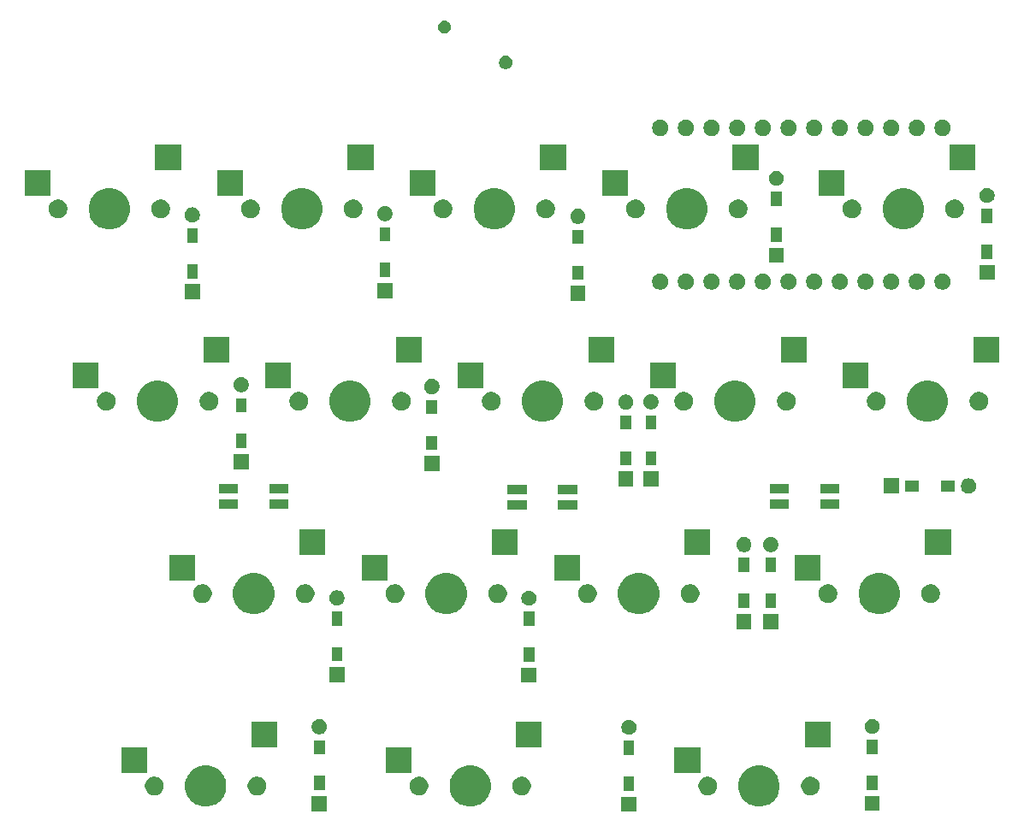
<source format=gbs>
G04 #@! TF.GenerationSoftware,KiCad,Pcbnew,(5.1.6-0-10_14)*
G04 #@! TF.CreationDate,2022-08-31T17:51:27+09:00*
G04 #@! TF.ProjectId,cool936,636f6f6c-3933-4362-9e6b-696361645f70,rev?*
G04 #@! TF.SameCoordinates,Original*
G04 #@! TF.FileFunction,Soldermask,Bot*
G04 #@! TF.FilePolarity,Negative*
%FSLAX46Y46*%
G04 Gerber Fmt 4.6, Leading zero omitted, Abs format (unit mm)*
G04 Created by KiCad (PCBNEW (5.1.6-0-10_14)) date 2022-08-31 17:51:27*
%MOMM*%
%LPD*%
G01*
G04 APERTURE LIST*
%ADD10C,0.100000*%
G04 APERTURE END LIST*
D10*
G36*
X233139500Y-59699500D02*
G01*
X231640500Y-59699500D01*
X231640500Y-58200500D01*
X233139500Y-58200500D01*
X233139500Y-59699500D01*
G37*
G36*
X202509500Y-59649500D02*
G01*
X201010500Y-59649500D01*
X201010500Y-58150500D01*
X202509500Y-58150500D01*
X202509500Y-59649500D01*
G37*
G36*
X257229500Y-59634500D02*
G01*
X255730500Y-59634500D01*
X255730500Y-58135500D01*
X257229500Y-58135500D01*
X257229500Y-59634500D01*
G37*
G36*
X191096474Y-55183684D02*
G01*
X191314474Y-55273983D01*
X191468623Y-55337833D01*
X191803548Y-55561623D01*
X192088377Y-55846452D01*
X192312167Y-56181377D01*
X192344562Y-56259586D01*
X192466316Y-56553526D01*
X192544900Y-56948594D01*
X192544900Y-57351406D01*
X192466316Y-57746474D01*
X192415451Y-57869272D01*
X192312167Y-58118623D01*
X192088377Y-58453548D01*
X191803548Y-58738377D01*
X191468623Y-58962167D01*
X191314474Y-59026017D01*
X191096474Y-59116316D01*
X190701406Y-59194900D01*
X190298594Y-59194900D01*
X189903526Y-59116316D01*
X189685526Y-59026017D01*
X189531377Y-58962167D01*
X189196452Y-58738377D01*
X188911623Y-58453548D01*
X188687833Y-58118623D01*
X188584549Y-57869272D01*
X188533684Y-57746474D01*
X188455100Y-57351406D01*
X188455100Y-56948594D01*
X188533684Y-56553526D01*
X188655438Y-56259586D01*
X188687833Y-56181377D01*
X188911623Y-55846452D01*
X189196452Y-55561623D01*
X189531377Y-55337833D01*
X189685526Y-55273983D01*
X189903526Y-55183684D01*
X190298594Y-55105100D01*
X190701406Y-55105100D01*
X191096474Y-55183684D01*
G37*
G36*
X217290474Y-55183684D02*
G01*
X217508474Y-55273983D01*
X217662623Y-55337833D01*
X217997548Y-55561623D01*
X218282377Y-55846452D01*
X218506167Y-56181377D01*
X218538562Y-56259586D01*
X218660316Y-56553526D01*
X218738900Y-56948594D01*
X218738900Y-57351406D01*
X218660316Y-57746474D01*
X218609451Y-57869272D01*
X218506167Y-58118623D01*
X218282377Y-58453548D01*
X217997548Y-58738377D01*
X217662623Y-58962167D01*
X217508474Y-59026017D01*
X217290474Y-59116316D01*
X216895406Y-59194900D01*
X216492594Y-59194900D01*
X216097526Y-59116316D01*
X215879526Y-59026017D01*
X215725377Y-58962167D01*
X215390452Y-58738377D01*
X215105623Y-58453548D01*
X214881833Y-58118623D01*
X214778549Y-57869272D01*
X214727684Y-57746474D01*
X214649100Y-57351406D01*
X214649100Y-56948594D01*
X214727684Y-56553526D01*
X214849438Y-56259586D01*
X214881833Y-56181377D01*
X215105623Y-55846452D01*
X215390452Y-55561623D01*
X215725377Y-55337833D01*
X215879526Y-55273983D01*
X216097526Y-55183684D01*
X216492594Y-55105100D01*
X216895406Y-55105100D01*
X217290474Y-55183684D01*
G37*
G36*
X245864974Y-55183684D02*
G01*
X246082974Y-55273983D01*
X246237123Y-55337833D01*
X246572048Y-55561623D01*
X246856877Y-55846452D01*
X247080667Y-56181377D01*
X247113062Y-56259586D01*
X247234816Y-56553526D01*
X247313400Y-56948594D01*
X247313400Y-57351406D01*
X247234816Y-57746474D01*
X247183951Y-57869272D01*
X247080667Y-58118623D01*
X246856877Y-58453548D01*
X246572048Y-58738377D01*
X246237123Y-58962167D01*
X246082974Y-59026017D01*
X245864974Y-59116316D01*
X245469906Y-59194900D01*
X245067094Y-59194900D01*
X244672026Y-59116316D01*
X244454026Y-59026017D01*
X244299877Y-58962167D01*
X243964952Y-58738377D01*
X243680123Y-58453548D01*
X243456333Y-58118623D01*
X243353049Y-57869272D01*
X243302184Y-57746474D01*
X243223600Y-57351406D01*
X243223600Y-56948594D01*
X243302184Y-56553526D01*
X243423938Y-56259586D01*
X243456333Y-56181377D01*
X243680123Y-55846452D01*
X243964952Y-55561623D01*
X244299877Y-55337833D01*
X244454026Y-55273983D01*
X244672026Y-55183684D01*
X245067094Y-55105100D01*
X245469906Y-55105100D01*
X245864974Y-55183684D01*
G37*
G36*
X240458604Y-56259585D02*
G01*
X240627126Y-56329389D01*
X240778791Y-56430728D01*
X240907772Y-56559709D01*
X241009111Y-56711374D01*
X241078915Y-56879896D01*
X241114500Y-57058797D01*
X241114500Y-57241203D01*
X241078915Y-57420104D01*
X241009111Y-57588626D01*
X240907772Y-57740291D01*
X240778791Y-57869272D01*
X240627126Y-57970611D01*
X240458604Y-58040415D01*
X240279703Y-58076000D01*
X240097297Y-58076000D01*
X239918396Y-58040415D01*
X239749874Y-57970611D01*
X239598209Y-57869272D01*
X239469228Y-57740291D01*
X239367889Y-57588626D01*
X239298085Y-57420104D01*
X239262500Y-57241203D01*
X239262500Y-57058797D01*
X239298085Y-56879896D01*
X239367889Y-56711374D01*
X239469228Y-56559709D01*
X239598209Y-56430728D01*
X239749874Y-56329389D01*
X239918396Y-56259585D01*
X240097297Y-56224000D01*
X240279703Y-56224000D01*
X240458604Y-56259585D01*
G37*
G36*
X250618604Y-56259585D02*
G01*
X250787126Y-56329389D01*
X250938791Y-56430728D01*
X251067772Y-56559709D01*
X251169111Y-56711374D01*
X251238915Y-56879896D01*
X251274500Y-57058797D01*
X251274500Y-57241203D01*
X251238915Y-57420104D01*
X251169111Y-57588626D01*
X251067772Y-57740291D01*
X250938791Y-57869272D01*
X250787126Y-57970611D01*
X250618604Y-58040415D01*
X250439703Y-58076000D01*
X250257297Y-58076000D01*
X250078396Y-58040415D01*
X249909874Y-57970611D01*
X249758209Y-57869272D01*
X249629228Y-57740291D01*
X249527889Y-57588626D01*
X249458085Y-57420104D01*
X249422500Y-57241203D01*
X249422500Y-57058797D01*
X249458085Y-56879896D01*
X249527889Y-56711374D01*
X249629228Y-56559709D01*
X249758209Y-56430728D01*
X249909874Y-56329389D01*
X250078396Y-56259585D01*
X250257297Y-56224000D01*
X250439703Y-56224000D01*
X250618604Y-56259585D01*
G37*
G36*
X185690104Y-56259585D02*
G01*
X185858626Y-56329389D01*
X186010291Y-56430728D01*
X186139272Y-56559709D01*
X186240611Y-56711374D01*
X186310415Y-56879896D01*
X186346000Y-57058797D01*
X186346000Y-57241203D01*
X186310415Y-57420104D01*
X186240611Y-57588626D01*
X186139272Y-57740291D01*
X186010291Y-57869272D01*
X185858626Y-57970611D01*
X185690104Y-58040415D01*
X185511203Y-58076000D01*
X185328797Y-58076000D01*
X185149896Y-58040415D01*
X184981374Y-57970611D01*
X184829709Y-57869272D01*
X184700728Y-57740291D01*
X184599389Y-57588626D01*
X184529585Y-57420104D01*
X184494000Y-57241203D01*
X184494000Y-57058797D01*
X184529585Y-56879896D01*
X184599389Y-56711374D01*
X184700728Y-56559709D01*
X184829709Y-56430728D01*
X184981374Y-56329389D01*
X185149896Y-56259585D01*
X185328797Y-56224000D01*
X185511203Y-56224000D01*
X185690104Y-56259585D01*
G37*
G36*
X195850104Y-56259585D02*
G01*
X196018626Y-56329389D01*
X196170291Y-56430728D01*
X196299272Y-56559709D01*
X196400611Y-56711374D01*
X196470415Y-56879896D01*
X196506000Y-57058797D01*
X196506000Y-57241203D01*
X196470415Y-57420104D01*
X196400611Y-57588626D01*
X196299272Y-57740291D01*
X196170291Y-57869272D01*
X196018626Y-57970611D01*
X195850104Y-58040415D01*
X195671203Y-58076000D01*
X195488797Y-58076000D01*
X195309896Y-58040415D01*
X195141374Y-57970611D01*
X194989709Y-57869272D01*
X194860728Y-57740291D01*
X194759389Y-57588626D01*
X194689585Y-57420104D01*
X194654000Y-57241203D01*
X194654000Y-57058797D01*
X194689585Y-56879896D01*
X194759389Y-56711374D01*
X194860728Y-56559709D01*
X194989709Y-56430728D01*
X195141374Y-56329389D01*
X195309896Y-56259585D01*
X195488797Y-56224000D01*
X195671203Y-56224000D01*
X195850104Y-56259585D01*
G37*
G36*
X211884104Y-56259585D02*
G01*
X212052626Y-56329389D01*
X212204291Y-56430728D01*
X212333272Y-56559709D01*
X212434611Y-56711374D01*
X212504415Y-56879896D01*
X212540000Y-57058797D01*
X212540000Y-57241203D01*
X212504415Y-57420104D01*
X212434611Y-57588626D01*
X212333272Y-57740291D01*
X212204291Y-57869272D01*
X212052626Y-57970611D01*
X211884104Y-58040415D01*
X211705203Y-58076000D01*
X211522797Y-58076000D01*
X211343896Y-58040415D01*
X211175374Y-57970611D01*
X211023709Y-57869272D01*
X210894728Y-57740291D01*
X210793389Y-57588626D01*
X210723585Y-57420104D01*
X210688000Y-57241203D01*
X210688000Y-57058797D01*
X210723585Y-56879896D01*
X210793389Y-56711374D01*
X210894728Y-56559709D01*
X211023709Y-56430728D01*
X211175374Y-56329389D01*
X211343896Y-56259585D01*
X211522797Y-56224000D01*
X211705203Y-56224000D01*
X211884104Y-56259585D01*
G37*
G36*
X222044104Y-56259585D02*
G01*
X222212626Y-56329389D01*
X222364291Y-56430728D01*
X222493272Y-56559709D01*
X222594611Y-56711374D01*
X222664415Y-56879896D01*
X222700000Y-57058797D01*
X222700000Y-57241203D01*
X222664415Y-57420104D01*
X222594611Y-57588626D01*
X222493272Y-57740291D01*
X222364291Y-57869272D01*
X222212626Y-57970611D01*
X222044104Y-58040415D01*
X221865203Y-58076000D01*
X221682797Y-58076000D01*
X221503896Y-58040415D01*
X221335374Y-57970611D01*
X221183709Y-57869272D01*
X221054728Y-57740291D01*
X220953389Y-57588626D01*
X220883585Y-57420104D01*
X220848000Y-57241203D01*
X220848000Y-57058797D01*
X220883585Y-56879896D01*
X220953389Y-56711374D01*
X221054728Y-56559709D01*
X221183709Y-56430728D01*
X221335374Y-56329389D01*
X221503896Y-56259585D01*
X221682797Y-56224000D01*
X221865203Y-56224000D01*
X222044104Y-56259585D01*
G37*
G36*
X232916000Y-57616000D02*
G01*
X231864000Y-57616000D01*
X231864000Y-56214000D01*
X232916000Y-56214000D01*
X232916000Y-57616000D01*
G37*
G36*
X202286000Y-57566000D02*
G01*
X201234000Y-57566000D01*
X201234000Y-56164000D01*
X202286000Y-56164000D01*
X202286000Y-57566000D01*
G37*
G36*
X257006000Y-57551000D02*
G01*
X255954000Y-57551000D01*
X255954000Y-56149000D01*
X257006000Y-56149000D01*
X257006000Y-57551000D01*
G37*
G36*
X239458500Y-55860000D02*
G01*
X236908500Y-55860000D01*
X236908500Y-53360000D01*
X239458500Y-53360000D01*
X239458500Y-55860000D01*
G37*
G36*
X210884000Y-55860000D02*
G01*
X208334000Y-55860000D01*
X208334000Y-53360000D01*
X210884000Y-53360000D01*
X210884000Y-55860000D01*
G37*
G36*
X184690000Y-55860000D02*
G01*
X182140000Y-55860000D01*
X182140000Y-53360000D01*
X184690000Y-53360000D01*
X184690000Y-55860000D01*
G37*
G36*
X232916000Y-54066000D02*
G01*
X231864000Y-54066000D01*
X231864000Y-52664000D01*
X232916000Y-52664000D01*
X232916000Y-54066000D01*
G37*
G36*
X202286000Y-54016000D02*
G01*
X201234000Y-54016000D01*
X201234000Y-52614000D01*
X202286000Y-52614000D01*
X202286000Y-54016000D01*
G37*
G36*
X257006000Y-54001000D02*
G01*
X255954000Y-54001000D01*
X255954000Y-52599000D01*
X257006000Y-52599000D01*
X257006000Y-54001000D01*
G37*
G36*
X197590000Y-53320000D02*
G01*
X195040000Y-53320000D01*
X195040000Y-50820000D01*
X197590000Y-50820000D01*
X197590000Y-53320000D01*
G37*
G36*
X223784000Y-53320000D02*
G01*
X221234000Y-53320000D01*
X221234000Y-50820000D01*
X223784000Y-50820000D01*
X223784000Y-53320000D01*
G37*
G36*
X252358500Y-53320000D02*
G01*
X249808500Y-53320000D01*
X249808500Y-50820000D01*
X252358500Y-50820000D01*
X252358500Y-53320000D01*
G37*
G36*
X232484425Y-50584599D02*
G01*
X232608621Y-50609302D01*
X232745022Y-50665801D01*
X232867779Y-50747825D01*
X232972175Y-50852221D01*
X233054199Y-50974978D01*
X233110698Y-51111379D01*
X233139500Y-51256181D01*
X233139500Y-51403819D01*
X233110698Y-51548621D01*
X233054199Y-51685022D01*
X232972175Y-51807779D01*
X232867779Y-51912175D01*
X232745022Y-51994199D01*
X232608621Y-52050698D01*
X232484425Y-52075401D01*
X232463820Y-52079500D01*
X232316180Y-52079500D01*
X232295575Y-52075401D01*
X232171379Y-52050698D01*
X232034978Y-51994199D01*
X231912221Y-51912175D01*
X231807825Y-51807779D01*
X231725801Y-51685022D01*
X231669302Y-51548621D01*
X231640500Y-51403819D01*
X231640500Y-51256181D01*
X231669302Y-51111379D01*
X231725801Y-50974978D01*
X231807825Y-50852221D01*
X231912221Y-50747825D01*
X232034978Y-50665801D01*
X232171379Y-50609302D01*
X232295575Y-50584599D01*
X232316180Y-50580500D01*
X232463820Y-50580500D01*
X232484425Y-50584599D01*
G37*
G36*
X201854425Y-50534599D02*
G01*
X201978621Y-50559302D01*
X202115022Y-50615801D01*
X202237779Y-50697825D01*
X202342175Y-50802221D01*
X202424199Y-50924978D01*
X202480698Y-51061379D01*
X202509500Y-51206181D01*
X202509500Y-51353819D01*
X202480698Y-51498621D01*
X202424199Y-51635022D01*
X202342175Y-51757779D01*
X202237779Y-51862175D01*
X202115022Y-51944199D01*
X201978621Y-52000698D01*
X201854425Y-52025401D01*
X201833820Y-52029500D01*
X201686180Y-52029500D01*
X201665575Y-52025401D01*
X201541379Y-52000698D01*
X201404978Y-51944199D01*
X201282221Y-51862175D01*
X201177825Y-51757779D01*
X201095801Y-51635022D01*
X201039302Y-51498621D01*
X201010500Y-51353819D01*
X201010500Y-51206181D01*
X201039302Y-51061379D01*
X201095801Y-50924978D01*
X201177825Y-50802221D01*
X201282221Y-50697825D01*
X201404978Y-50615801D01*
X201541379Y-50559302D01*
X201665575Y-50534599D01*
X201686180Y-50530500D01*
X201833820Y-50530500D01*
X201854425Y-50534599D01*
G37*
G36*
X256574425Y-50519599D02*
G01*
X256698621Y-50544302D01*
X256835022Y-50600801D01*
X256957779Y-50682825D01*
X257062175Y-50787221D01*
X257144199Y-50909978D01*
X257200698Y-51046379D01*
X257229500Y-51191181D01*
X257229500Y-51338819D01*
X257200698Y-51483621D01*
X257144199Y-51620022D01*
X257062175Y-51742779D01*
X256957779Y-51847175D01*
X256835022Y-51929199D01*
X256698621Y-51985698D01*
X256574425Y-52010401D01*
X256553820Y-52014500D01*
X256406180Y-52014500D01*
X256385575Y-52010401D01*
X256261379Y-51985698D01*
X256124978Y-51929199D01*
X256002221Y-51847175D01*
X255897825Y-51742779D01*
X255815801Y-51620022D01*
X255759302Y-51483621D01*
X255730500Y-51338819D01*
X255730500Y-51191181D01*
X255759302Y-51046379D01*
X255815801Y-50909978D01*
X255897825Y-50787221D01*
X256002221Y-50682825D01*
X256124978Y-50600801D01*
X256261379Y-50544302D01*
X256385575Y-50519599D01*
X256406180Y-50515500D01*
X256553820Y-50515500D01*
X256574425Y-50519599D01*
G37*
G36*
X223249500Y-46929500D02*
G01*
X221750500Y-46929500D01*
X221750500Y-45430500D01*
X223249500Y-45430500D01*
X223249500Y-46929500D01*
G37*
G36*
X204249500Y-46899500D02*
G01*
X202750500Y-46899500D01*
X202750500Y-45400500D01*
X204249500Y-45400500D01*
X204249500Y-46899500D01*
G37*
G36*
X223026000Y-44846000D02*
G01*
X221974000Y-44846000D01*
X221974000Y-43444000D01*
X223026000Y-43444000D01*
X223026000Y-44846000D01*
G37*
G36*
X204026000Y-44816000D02*
G01*
X202974000Y-44816000D01*
X202974000Y-43414000D01*
X204026000Y-43414000D01*
X204026000Y-44816000D01*
G37*
G36*
X244529500Y-41609500D02*
G01*
X243030500Y-41609500D01*
X243030500Y-40110500D01*
X244529500Y-40110500D01*
X244529500Y-41609500D01*
G37*
G36*
X247179500Y-41609500D02*
G01*
X245680500Y-41609500D01*
X245680500Y-40110500D01*
X247179500Y-40110500D01*
X247179500Y-41609500D01*
G37*
G36*
X223026000Y-41296000D02*
G01*
X221974000Y-41296000D01*
X221974000Y-39894000D01*
X223026000Y-39894000D01*
X223026000Y-41296000D01*
G37*
G36*
X204026000Y-41266000D02*
G01*
X202974000Y-41266000D01*
X202974000Y-39864000D01*
X204026000Y-39864000D01*
X204026000Y-41266000D01*
G37*
G36*
X214908974Y-36133684D02*
G01*
X215126974Y-36223983D01*
X215281123Y-36287833D01*
X215616048Y-36511623D01*
X215900877Y-36796452D01*
X216124667Y-37131377D01*
X216157062Y-37209586D01*
X216278816Y-37503526D01*
X216357400Y-37898594D01*
X216357400Y-38301406D01*
X216278816Y-38696474D01*
X216227951Y-38819272D01*
X216124667Y-39068623D01*
X215900877Y-39403548D01*
X215616048Y-39688377D01*
X215281123Y-39912167D01*
X215126974Y-39976017D01*
X214908974Y-40066316D01*
X214513906Y-40144900D01*
X214111094Y-40144900D01*
X213716026Y-40066316D01*
X213498026Y-39976017D01*
X213343877Y-39912167D01*
X213008952Y-39688377D01*
X212724123Y-39403548D01*
X212500333Y-39068623D01*
X212397049Y-38819272D01*
X212346184Y-38696474D01*
X212267600Y-38301406D01*
X212267600Y-37898594D01*
X212346184Y-37503526D01*
X212467938Y-37209586D01*
X212500333Y-37131377D01*
X212724123Y-36796452D01*
X213008952Y-36511623D01*
X213343877Y-36287833D01*
X213498026Y-36223983D01*
X213716026Y-36133684D01*
X214111094Y-36055100D01*
X214513906Y-36055100D01*
X214908974Y-36133684D01*
G37*
G36*
X257771974Y-36133684D02*
G01*
X257989974Y-36223983D01*
X258144123Y-36287833D01*
X258479048Y-36511623D01*
X258763877Y-36796452D01*
X258987667Y-37131377D01*
X259020062Y-37209586D01*
X259141816Y-37503526D01*
X259220400Y-37898594D01*
X259220400Y-38301406D01*
X259141816Y-38696474D01*
X259090951Y-38819272D01*
X258987667Y-39068623D01*
X258763877Y-39403548D01*
X258479048Y-39688377D01*
X258144123Y-39912167D01*
X257989974Y-39976017D01*
X257771974Y-40066316D01*
X257376906Y-40144900D01*
X256974094Y-40144900D01*
X256579026Y-40066316D01*
X256361026Y-39976017D01*
X256206877Y-39912167D01*
X255871952Y-39688377D01*
X255587123Y-39403548D01*
X255363333Y-39068623D01*
X255260049Y-38819272D01*
X255209184Y-38696474D01*
X255130600Y-38301406D01*
X255130600Y-37898594D01*
X255209184Y-37503526D01*
X255330938Y-37209586D01*
X255363333Y-37131377D01*
X255587123Y-36796452D01*
X255871952Y-36511623D01*
X256206877Y-36287833D01*
X256361026Y-36223983D01*
X256579026Y-36133684D01*
X256974094Y-36055100D01*
X257376906Y-36055100D01*
X257771974Y-36133684D01*
G37*
G36*
X195858974Y-36133684D02*
G01*
X196076974Y-36223983D01*
X196231123Y-36287833D01*
X196566048Y-36511623D01*
X196850877Y-36796452D01*
X197074667Y-37131377D01*
X197107062Y-37209586D01*
X197228816Y-37503526D01*
X197307400Y-37898594D01*
X197307400Y-38301406D01*
X197228816Y-38696474D01*
X197177951Y-38819272D01*
X197074667Y-39068623D01*
X196850877Y-39403548D01*
X196566048Y-39688377D01*
X196231123Y-39912167D01*
X196076974Y-39976017D01*
X195858974Y-40066316D01*
X195463906Y-40144900D01*
X195061094Y-40144900D01*
X194666026Y-40066316D01*
X194448026Y-39976017D01*
X194293877Y-39912167D01*
X193958952Y-39688377D01*
X193674123Y-39403548D01*
X193450333Y-39068623D01*
X193347049Y-38819272D01*
X193296184Y-38696474D01*
X193217600Y-38301406D01*
X193217600Y-37898594D01*
X193296184Y-37503526D01*
X193417938Y-37209586D01*
X193450333Y-37131377D01*
X193674123Y-36796452D01*
X193958952Y-36511623D01*
X194293877Y-36287833D01*
X194448026Y-36223983D01*
X194666026Y-36133684D01*
X195061094Y-36055100D01*
X195463906Y-36055100D01*
X195858974Y-36133684D01*
G37*
G36*
X233958974Y-36133684D02*
G01*
X234176974Y-36223983D01*
X234331123Y-36287833D01*
X234666048Y-36511623D01*
X234950877Y-36796452D01*
X235174667Y-37131377D01*
X235207062Y-37209586D01*
X235328816Y-37503526D01*
X235407400Y-37898594D01*
X235407400Y-38301406D01*
X235328816Y-38696474D01*
X235277951Y-38819272D01*
X235174667Y-39068623D01*
X234950877Y-39403548D01*
X234666048Y-39688377D01*
X234331123Y-39912167D01*
X234176974Y-39976017D01*
X233958974Y-40066316D01*
X233563906Y-40144900D01*
X233161094Y-40144900D01*
X232766026Y-40066316D01*
X232548026Y-39976017D01*
X232393877Y-39912167D01*
X232058952Y-39688377D01*
X231774123Y-39403548D01*
X231550333Y-39068623D01*
X231447049Y-38819272D01*
X231396184Y-38696474D01*
X231317600Y-38301406D01*
X231317600Y-37898594D01*
X231396184Y-37503526D01*
X231517938Y-37209586D01*
X231550333Y-37131377D01*
X231774123Y-36796452D01*
X232058952Y-36511623D01*
X232393877Y-36287833D01*
X232548026Y-36223983D01*
X232766026Y-36133684D01*
X233161094Y-36055100D01*
X233563906Y-36055100D01*
X233958974Y-36133684D01*
G37*
G36*
X244306000Y-39526000D02*
G01*
X243254000Y-39526000D01*
X243254000Y-38124000D01*
X244306000Y-38124000D01*
X244306000Y-39526000D01*
G37*
G36*
X246956000Y-39526000D02*
G01*
X245904000Y-39526000D01*
X245904000Y-38124000D01*
X246956000Y-38124000D01*
X246956000Y-39526000D01*
G37*
G36*
X222594425Y-37814599D02*
G01*
X222718621Y-37839302D01*
X222855022Y-37895801D01*
X222977779Y-37977825D01*
X223082175Y-38082221D01*
X223164199Y-38204978D01*
X223220698Y-38341379D01*
X223249500Y-38486181D01*
X223249500Y-38633819D01*
X223220698Y-38778621D01*
X223164199Y-38915022D01*
X223082175Y-39037779D01*
X222977779Y-39142175D01*
X222855022Y-39224199D01*
X222718621Y-39280698D01*
X222594425Y-39305401D01*
X222573820Y-39309500D01*
X222426180Y-39309500D01*
X222405575Y-39305401D01*
X222281379Y-39280698D01*
X222144978Y-39224199D01*
X222022221Y-39142175D01*
X221917825Y-39037779D01*
X221835801Y-38915022D01*
X221779302Y-38778621D01*
X221750500Y-38633819D01*
X221750500Y-38486181D01*
X221779302Y-38341379D01*
X221835801Y-38204978D01*
X221917825Y-38082221D01*
X222022221Y-37977825D01*
X222144978Y-37895801D01*
X222281379Y-37839302D01*
X222405575Y-37814599D01*
X222426180Y-37810500D01*
X222573820Y-37810500D01*
X222594425Y-37814599D01*
G37*
G36*
X203594425Y-37784599D02*
G01*
X203718621Y-37809302D01*
X203855022Y-37865801D01*
X203977779Y-37947825D01*
X204082175Y-38052221D01*
X204164199Y-38174978D01*
X204220698Y-38311379D01*
X204249500Y-38456181D01*
X204249500Y-38603819D01*
X204220698Y-38748621D01*
X204164199Y-38885022D01*
X204082175Y-39007779D01*
X203977779Y-39112175D01*
X203855022Y-39194199D01*
X203718621Y-39250698D01*
X203594425Y-39275401D01*
X203573820Y-39279500D01*
X203426180Y-39279500D01*
X203405575Y-39275401D01*
X203281379Y-39250698D01*
X203144978Y-39194199D01*
X203022221Y-39112175D01*
X202917825Y-39007779D01*
X202835801Y-38885022D01*
X202779302Y-38748621D01*
X202750500Y-38603819D01*
X202750500Y-38456181D01*
X202779302Y-38311379D01*
X202835801Y-38174978D01*
X202917825Y-38052221D01*
X203022221Y-37947825D01*
X203144978Y-37865801D01*
X203281379Y-37809302D01*
X203405575Y-37784599D01*
X203426180Y-37780500D01*
X203573820Y-37780500D01*
X203594425Y-37784599D01*
G37*
G36*
X190452604Y-37209585D02*
G01*
X190621126Y-37279389D01*
X190772791Y-37380728D01*
X190901772Y-37509709D01*
X191003111Y-37661374D01*
X191072915Y-37829896D01*
X191108500Y-38008797D01*
X191108500Y-38191203D01*
X191072915Y-38370104D01*
X191003111Y-38538626D01*
X190901772Y-38690291D01*
X190772791Y-38819272D01*
X190621126Y-38920611D01*
X190452604Y-38990415D01*
X190273703Y-39026000D01*
X190091297Y-39026000D01*
X189912396Y-38990415D01*
X189743874Y-38920611D01*
X189592209Y-38819272D01*
X189463228Y-38690291D01*
X189361889Y-38538626D01*
X189292085Y-38370104D01*
X189256500Y-38191203D01*
X189256500Y-38008797D01*
X189292085Y-37829896D01*
X189361889Y-37661374D01*
X189463228Y-37509709D01*
X189592209Y-37380728D01*
X189743874Y-37279389D01*
X189912396Y-37209585D01*
X190091297Y-37174000D01*
X190273703Y-37174000D01*
X190452604Y-37209585D01*
G37*
G36*
X262525604Y-37209585D02*
G01*
X262694126Y-37279389D01*
X262845791Y-37380728D01*
X262974772Y-37509709D01*
X263076111Y-37661374D01*
X263145915Y-37829896D01*
X263181500Y-38008797D01*
X263181500Y-38191203D01*
X263145915Y-38370104D01*
X263076111Y-38538626D01*
X262974772Y-38690291D01*
X262845791Y-38819272D01*
X262694126Y-38920611D01*
X262525604Y-38990415D01*
X262346703Y-39026000D01*
X262164297Y-39026000D01*
X261985396Y-38990415D01*
X261816874Y-38920611D01*
X261665209Y-38819272D01*
X261536228Y-38690291D01*
X261434889Y-38538626D01*
X261365085Y-38370104D01*
X261329500Y-38191203D01*
X261329500Y-38008797D01*
X261365085Y-37829896D01*
X261434889Y-37661374D01*
X261536228Y-37509709D01*
X261665209Y-37380728D01*
X261816874Y-37279389D01*
X261985396Y-37209585D01*
X262164297Y-37174000D01*
X262346703Y-37174000D01*
X262525604Y-37209585D01*
G37*
G36*
X200612604Y-37209585D02*
G01*
X200781126Y-37279389D01*
X200932791Y-37380728D01*
X201061772Y-37509709D01*
X201163111Y-37661374D01*
X201232915Y-37829896D01*
X201268500Y-38008797D01*
X201268500Y-38191203D01*
X201232915Y-38370104D01*
X201163111Y-38538626D01*
X201061772Y-38690291D01*
X200932791Y-38819272D01*
X200781126Y-38920611D01*
X200612604Y-38990415D01*
X200433703Y-39026000D01*
X200251297Y-39026000D01*
X200072396Y-38990415D01*
X199903874Y-38920611D01*
X199752209Y-38819272D01*
X199623228Y-38690291D01*
X199521889Y-38538626D01*
X199452085Y-38370104D01*
X199416500Y-38191203D01*
X199416500Y-38008797D01*
X199452085Y-37829896D01*
X199521889Y-37661374D01*
X199623228Y-37509709D01*
X199752209Y-37380728D01*
X199903874Y-37279389D01*
X200072396Y-37209585D01*
X200251297Y-37174000D01*
X200433703Y-37174000D01*
X200612604Y-37209585D01*
G37*
G36*
X252365604Y-37209585D02*
G01*
X252534126Y-37279389D01*
X252685791Y-37380728D01*
X252814772Y-37509709D01*
X252916111Y-37661374D01*
X252985915Y-37829896D01*
X253021500Y-38008797D01*
X253021500Y-38191203D01*
X252985915Y-38370104D01*
X252916111Y-38538626D01*
X252814772Y-38690291D01*
X252685791Y-38819272D01*
X252534126Y-38920611D01*
X252365604Y-38990415D01*
X252186703Y-39026000D01*
X252004297Y-39026000D01*
X251825396Y-38990415D01*
X251656874Y-38920611D01*
X251505209Y-38819272D01*
X251376228Y-38690291D01*
X251274889Y-38538626D01*
X251205085Y-38370104D01*
X251169500Y-38191203D01*
X251169500Y-38008797D01*
X251205085Y-37829896D01*
X251274889Y-37661374D01*
X251376228Y-37509709D01*
X251505209Y-37380728D01*
X251656874Y-37279389D01*
X251825396Y-37209585D01*
X252004297Y-37174000D01*
X252186703Y-37174000D01*
X252365604Y-37209585D01*
G37*
G36*
X228552604Y-37209585D02*
G01*
X228721126Y-37279389D01*
X228872791Y-37380728D01*
X229001772Y-37509709D01*
X229103111Y-37661374D01*
X229172915Y-37829896D01*
X229208500Y-38008797D01*
X229208500Y-38191203D01*
X229172915Y-38370104D01*
X229103111Y-38538626D01*
X229001772Y-38690291D01*
X228872791Y-38819272D01*
X228721126Y-38920611D01*
X228552604Y-38990415D01*
X228373703Y-39026000D01*
X228191297Y-39026000D01*
X228012396Y-38990415D01*
X227843874Y-38920611D01*
X227692209Y-38819272D01*
X227563228Y-38690291D01*
X227461889Y-38538626D01*
X227392085Y-38370104D01*
X227356500Y-38191203D01*
X227356500Y-38008797D01*
X227392085Y-37829896D01*
X227461889Y-37661374D01*
X227563228Y-37509709D01*
X227692209Y-37380728D01*
X227843874Y-37279389D01*
X228012396Y-37209585D01*
X228191297Y-37174000D01*
X228373703Y-37174000D01*
X228552604Y-37209585D01*
G37*
G36*
X238712604Y-37209585D02*
G01*
X238881126Y-37279389D01*
X239032791Y-37380728D01*
X239161772Y-37509709D01*
X239263111Y-37661374D01*
X239332915Y-37829896D01*
X239368500Y-38008797D01*
X239368500Y-38191203D01*
X239332915Y-38370104D01*
X239263111Y-38538626D01*
X239161772Y-38690291D01*
X239032791Y-38819272D01*
X238881126Y-38920611D01*
X238712604Y-38990415D01*
X238533703Y-39026000D01*
X238351297Y-39026000D01*
X238172396Y-38990415D01*
X238003874Y-38920611D01*
X237852209Y-38819272D01*
X237723228Y-38690291D01*
X237621889Y-38538626D01*
X237552085Y-38370104D01*
X237516500Y-38191203D01*
X237516500Y-38008797D01*
X237552085Y-37829896D01*
X237621889Y-37661374D01*
X237723228Y-37509709D01*
X237852209Y-37380728D01*
X238003874Y-37279389D01*
X238172396Y-37209585D01*
X238351297Y-37174000D01*
X238533703Y-37174000D01*
X238712604Y-37209585D01*
G37*
G36*
X209502604Y-37209585D02*
G01*
X209671126Y-37279389D01*
X209822791Y-37380728D01*
X209951772Y-37509709D01*
X210053111Y-37661374D01*
X210122915Y-37829896D01*
X210158500Y-38008797D01*
X210158500Y-38191203D01*
X210122915Y-38370104D01*
X210053111Y-38538626D01*
X209951772Y-38690291D01*
X209822791Y-38819272D01*
X209671126Y-38920611D01*
X209502604Y-38990415D01*
X209323703Y-39026000D01*
X209141297Y-39026000D01*
X208962396Y-38990415D01*
X208793874Y-38920611D01*
X208642209Y-38819272D01*
X208513228Y-38690291D01*
X208411889Y-38538626D01*
X208342085Y-38370104D01*
X208306500Y-38191203D01*
X208306500Y-38008797D01*
X208342085Y-37829896D01*
X208411889Y-37661374D01*
X208513228Y-37509709D01*
X208642209Y-37380728D01*
X208793874Y-37279389D01*
X208962396Y-37209585D01*
X209141297Y-37174000D01*
X209323703Y-37174000D01*
X209502604Y-37209585D01*
G37*
G36*
X219662604Y-37209585D02*
G01*
X219831126Y-37279389D01*
X219982791Y-37380728D01*
X220111772Y-37509709D01*
X220213111Y-37661374D01*
X220282915Y-37829896D01*
X220318500Y-38008797D01*
X220318500Y-38191203D01*
X220282915Y-38370104D01*
X220213111Y-38538626D01*
X220111772Y-38690291D01*
X219982791Y-38819272D01*
X219831126Y-38920611D01*
X219662604Y-38990415D01*
X219483703Y-39026000D01*
X219301297Y-39026000D01*
X219122396Y-38990415D01*
X218953874Y-38920611D01*
X218802209Y-38819272D01*
X218673228Y-38690291D01*
X218571889Y-38538626D01*
X218502085Y-38370104D01*
X218466500Y-38191203D01*
X218466500Y-38008797D01*
X218502085Y-37829896D01*
X218571889Y-37661374D01*
X218673228Y-37509709D01*
X218802209Y-37380728D01*
X218953874Y-37279389D01*
X219122396Y-37209585D01*
X219301297Y-37174000D01*
X219483703Y-37174000D01*
X219662604Y-37209585D01*
G37*
G36*
X189452500Y-36810000D02*
G01*
X186902500Y-36810000D01*
X186902500Y-34310000D01*
X189452500Y-34310000D01*
X189452500Y-36810000D01*
G37*
G36*
X208502500Y-36810000D02*
G01*
X205952500Y-36810000D01*
X205952500Y-34310000D01*
X208502500Y-34310000D01*
X208502500Y-36810000D01*
G37*
G36*
X251365500Y-36810000D02*
G01*
X248815500Y-36810000D01*
X248815500Y-34310000D01*
X251365500Y-34310000D01*
X251365500Y-36810000D01*
G37*
G36*
X227552500Y-36810000D02*
G01*
X225002500Y-36810000D01*
X225002500Y-34310000D01*
X227552500Y-34310000D01*
X227552500Y-36810000D01*
G37*
G36*
X244306000Y-35976000D02*
G01*
X243254000Y-35976000D01*
X243254000Y-34574000D01*
X244306000Y-34574000D01*
X244306000Y-35976000D01*
G37*
G36*
X246956000Y-35976000D02*
G01*
X245904000Y-35976000D01*
X245904000Y-34574000D01*
X246956000Y-34574000D01*
X246956000Y-35976000D01*
G37*
G36*
X221402500Y-34270000D02*
G01*
X218852500Y-34270000D01*
X218852500Y-31770000D01*
X221402500Y-31770000D01*
X221402500Y-34270000D01*
G37*
G36*
X240452500Y-34270000D02*
G01*
X237902500Y-34270000D01*
X237902500Y-31770000D01*
X240452500Y-31770000D01*
X240452500Y-34270000D01*
G37*
G36*
X264265500Y-34270000D02*
G01*
X261715500Y-34270000D01*
X261715500Y-31770000D01*
X264265500Y-31770000D01*
X264265500Y-34270000D01*
G37*
G36*
X202352500Y-34270000D02*
G01*
X199802500Y-34270000D01*
X199802500Y-31770000D01*
X202352500Y-31770000D01*
X202352500Y-34270000D01*
G37*
G36*
X243874425Y-32494599D02*
G01*
X243998621Y-32519302D01*
X244135022Y-32575801D01*
X244257779Y-32657825D01*
X244362175Y-32762221D01*
X244444199Y-32884978D01*
X244500698Y-33021379D01*
X244529500Y-33166181D01*
X244529500Y-33313819D01*
X244500698Y-33458621D01*
X244444199Y-33595022D01*
X244362175Y-33717779D01*
X244257779Y-33822175D01*
X244135022Y-33904199D01*
X243998621Y-33960698D01*
X243874425Y-33985401D01*
X243853820Y-33989500D01*
X243706180Y-33989500D01*
X243685575Y-33985401D01*
X243561379Y-33960698D01*
X243424978Y-33904199D01*
X243302221Y-33822175D01*
X243197825Y-33717779D01*
X243115801Y-33595022D01*
X243059302Y-33458621D01*
X243030500Y-33313819D01*
X243030500Y-33166181D01*
X243059302Y-33021379D01*
X243115801Y-32884978D01*
X243197825Y-32762221D01*
X243302221Y-32657825D01*
X243424978Y-32575801D01*
X243561379Y-32519302D01*
X243685575Y-32494599D01*
X243706180Y-32490500D01*
X243853820Y-32490500D01*
X243874425Y-32494599D01*
G37*
G36*
X246524425Y-32494599D02*
G01*
X246648621Y-32519302D01*
X246785022Y-32575801D01*
X246907779Y-32657825D01*
X247012175Y-32762221D01*
X247094199Y-32884978D01*
X247150698Y-33021379D01*
X247179500Y-33166181D01*
X247179500Y-33313819D01*
X247150698Y-33458621D01*
X247094199Y-33595022D01*
X247012175Y-33717779D01*
X246907779Y-33822175D01*
X246785022Y-33904199D01*
X246648621Y-33960698D01*
X246524425Y-33985401D01*
X246503820Y-33989500D01*
X246356180Y-33989500D01*
X246335575Y-33985401D01*
X246211379Y-33960698D01*
X246074978Y-33904199D01*
X245952221Y-33822175D01*
X245847825Y-33717779D01*
X245765801Y-33595022D01*
X245709302Y-33458621D01*
X245680500Y-33313819D01*
X245680500Y-33166181D01*
X245709302Y-33021379D01*
X245765801Y-32884978D01*
X245847825Y-32762221D01*
X245952221Y-32657825D01*
X246074978Y-32575801D01*
X246211379Y-32519302D01*
X246335575Y-32494599D01*
X246356180Y-32490500D01*
X246503820Y-32490500D01*
X246524425Y-32494599D01*
G37*
G36*
X227271000Y-29751000D02*
G01*
X225369000Y-29751000D01*
X225369000Y-28829000D01*
X227271000Y-28829000D01*
X227271000Y-29751000D01*
G37*
G36*
X222271000Y-29751000D02*
G01*
X220369000Y-29751000D01*
X220369000Y-28829000D01*
X222271000Y-28829000D01*
X222271000Y-29751000D01*
G37*
G36*
X198721000Y-29691000D02*
G01*
X196819000Y-29691000D01*
X196819000Y-28769000D01*
X198721000Y-28769000D01*
X198721000Y-29691000D01*
G37*
G36*
X253221000Y-29691000D02*
G01*
X251319000Y-29691000D01*
X251319000Y-28769000D01*
X253221000Y-28769000D01*
X253221000Y-29691000D01*
G37*
G36*
X248221000Y-29691000D02*
G01*
X246319000Y-29691000D01*
X246319000Y-28769000D01*
X248221000Y-28769000D01*
X248221000Y-29691000D01*
G37*
G36*
X193721000Y-29691000D02*
G01*
X191819000Y-29691000D01*
X191819000Y-28769000D01*
X193721000Y-28769000D01*
X193721000Y-29691000D01*
G37*
G36*
X222271000Y-28251000D02*
G01*
X220369000Y-28251000D01*
X220369000Y-27329000D01*
X222271000Y-27329000D01*
X222271000Y-28251000D01*
G37*
G36*
X227271000Y-28251000D02*
G01*
X225369000Y-28251000D01*
X225369000Y-27329000D01*
X227271000Y-27329000D01*
X227271000Y-28251000D01*
G37*
G36*
X266094425Y-26704599D02*
G01*
X266218621Y-26729302D01*
X266355022Y-26785801D01*
X266477779Y-26867825D01*
X266582175Y-26972221D01*
X266664199Y-27094978D01*
X266720698Y-27231379D01*
X266749500Y-27376181D01*
X266749500Y-27523819D01*
X266720698Y-27668621D01*
X266664199Y-27805022D01*
X266582175Y-27927779D01*
X266477779Y-28032175D01*
X266355022Y-28114199D01*
X266218621Y-28170698D01*
X266094425Y-28195401D01*
X266073820Y-28199500D01*
X265926180Y-28199500D01*
X265905575Y-28195401D01*
X265781379Y-28170698D01*
X265644978Y-28114199D01*
X265522221Y-28032175D01*
X265417825Y-27927779D01*
X265335801Y-27805022D01*
X265279302Y-27668621D01*
X265250500Y-27523819D01*
X265250500Y-27376181D01*
X265279302Y-27231379D01*
X265335801Y-27094978D01*
X265417825Y-26972221D01*
X265522221Y-26867825D01*
X265644978Y-26785801D01*
X265781379Y-26729302D01*
X265905575Y-26704599D01*
X265926180Y-26700500D01*
X266073820Y-26700500D01*
X266094425Y-26704599D01*
G37*
G36*
X259129500Y-28199500D02*
G01*
X257630500Y-28199500D01*
X257630500Y-26700500D01*
X259129500Y-26700500D01*
X259129500Y-28199500D01*
G37*
G36*
X193721000Y-28191000D02*
G01*
X191819000Y-28191000D01*
X191819000Y-27269000D01*
X193721000Y-27269000D01*
X193721000Y-28191000D01*
G37*
G36*
X248221000Y-28191000D02*
G01*
X246319000Y-28191000D01*
X246319000Y-27269000D01*
X248221000Y-27269000D01*
X248221000Y-28191000D01*
G37*
G36*
X253221000Y-28191000D02*
G01*
X251319000Y-28191000D01*
X251319000Y-27269000D01*
X253221000Y-27269000D01*
X253221000Y-28191000D01*
G37*
G36*
X198721000Y-28191000D02*
G01*
X196819000Y-28191000D01*
X196819000Y-27269000D01*
X198721000Y-27269000D01*
X198721000Y-28191000D01*
G37*
G36*
X264666000Y-27976000D02*
G01*
X263264000Y-27976000D01*
X263264000Y-26924000D01*
X264666000Y-26924000D01*
X264666000Y-27976000D01*
G37*
G36*
X261116000Y-27976000D02*
G01*
X259714000Y-27976000D01*
X259714000Y-26924000D01*
X261116000Y-26924000D01*
X261116000Y-27976000D01*
G37*
G36*
X232829500Y-27499500D02*
G01*
X231330500Y-27499500D01*
X231330500Y-26000500D01*
X232829500Y-26000500D01*
X232829500Y-27499500D01*
G37*
G36*
X235319500Y-27479500D02*
G01*
X233820500Y-27479500D01*
X233820500Y-25980500D01*
X235319500Y-25980500D01*
X235319500Y-27479500D01*
G37*
G36*
X213629500Y-25969500D02*
G01*
X212130500Y-25969500D01*
X212130500Y-24470500D01*
X213629500Y-24470500D01*
X213629500Y-25969500D01*
G37*
G36*
X194759500Y-25779500D02*
G01*
X193260500Y-25779500D01*
X193260500Y-24280500D01*
X194759500Y-24280500D01*
X194759500Y-25779500D01*
G37*
G36*
X232606000Y-25416000D02*
G01*
X231554000Y-25416000D01*
X231554000Y-24014000D01*
X232606000Y-24014000D01*
X232606000Y-25416000D01*
G37*
G36*
X235096000Y-25396000D02*
G01*
X234044000Y-25396000D01*
X234044000Y-23994000D01*
X235096000Y-23994000D01*
X235096000Y-25396000D01*
G37*
G36*
X213406000Y-23886000D02*
G01*
X212354000Y-23886000D01*
X212354000Y-22484000D01*
X213406000Y-22484000D01*
X213406000Y-23886000D01*
G37*
G36*
X194536000Y-23696000D02*
G01*
X193484000Y-23696000D01*
X193484000Y-22294000D01*
X194536000Y-22294000D01*
X194536000Y-23696000D01*
G37*
G36*
X232606000Y-21866000D02*
G01*
X231554000Y-21866000D01*
X231554000Y-20464000D01*
X232606000Y-20464000D01*
X232606000Y-21866000D01*
G37*
G36*
X235096000Y-21846000D02*
G01*
X234044000Y-21846000D01*
X234044000Y-20444000D01*
X235096000Y-20444000D01*
X235096000Y-21846000D01*
G37*
G36*
X262533974Y-17083684D02*
G01*
X262751974Y-17173983D01*
X262906123Y-17237833D01*
X263241048Y-17461623D01*
X263525877Y-17746452D01*
X263749667Y-18081377D01*
X263782062Y-18159586D01*
X263903816Y-18453526D01*
X263982400Y-18848594D01*
X263982400Y-19251406D01*
X263903816Y-19646474D01*
X263815578Y-19859500D01*
X263749667Y-20018623D01*
X263525877Y-20353548D01*
X263241048Y-20638377D01*
X262906123Y-20862167D01*
X262751974Y-20926017D01*
X262533974Y-21016316D01*
X262138906Y-21094900D01*
X261736094Y-21094900D01*
X261341026Y-21016316D01*
X261123026Y-20926017D01*
X260968877Y-20862167D01*
X260633952Y-20638377D01*
X260349123Y-20353548D01*
X260125333Y-20018623D01*
X260059422Y-19859500D01*
X259971184Y-19646474D01*
X259892600Y-19251406D01*
X259892600Y-18848594D01*
X259971184Y-18453526D01*
X260092938Y-18159586D01*
X260125333Y-18081377D01*
X260349123Y-17746452D01*
X260633952Y-17461623D01*
X260968877Y-17237833D01*
X261123026Y-17173983D01*
X261341026Y-17083684D01*
X261736094Y-17005100D01*
X262138906Y-17005100D01*
X262533974Y-17083684D01*
G37*
G36*
X224433974Y-17083684D02*
G01*
X224651974Y-17173983D01*
X224806123Y-17237833D01*
X225141048Y-17461623D01*
X225425877Y-17746452D01*
X225649667Y-18081377D01*
X225682062Y-18159586D01*
X225803816Y-18453526D01*
X225882400Y-18848594D01*
X225882400Y-19251406D01*
X225803816Y-19646474D01*
X225715578Y-19859500D01*
X225649667Y-20018623D01*
X225425877Y-20353548D01*
X225141048Y-20638377D01*
X224806123Y-20862167D01*
X224651974Y-20926017D01*
X224433974Y-21016316D01*
X224038906Y-21094900D01*
X223636094Y-21094900D01*
X223241026Y-21016316D01*
X223023026Y-20926017D01*
X222868877Y-20862167D01*
X222533952Y-20638377D01*
X222249123Y-20353548D01*
X222025333Y-20018623D01*
X221959422Y-19859500D01*
X221871184Y-19646474D01*
X221792600Y-19251406D01*
X221792600Y-18848594D01*
X221871184Y-18453526D01*
X221992938Y-18159586D01*
X222025333Y-18081377D01*
X222249123Y-17746452D01*
X222533952Y-17461623D01*
X222868877Y-17237833D01*
X223023026Y-17173983D01*
X223241026Y-17083684D01*
X223636094Y-17005100D01*
X224038906Y-17005100D01*
X224433974Y-17083684D01*
G37*
G36*
X205383974Y-17083684D02*
G01*
X205601974Y-17173983D01*
X205756123Y-17237833D01*
X206091048Y-17461623D01*
X206375877Y-17746452D01*
X206599667Y-18081377D01*
X206632062Y-18159586D01*
X206753816Y-18453526D01*
X206832400Y-18848594D01*
X206832400Y-19251406D01*
X206753816Y-19646474D01*
X206665578Y-19859500D01*
X206599667Y-20018623D01*
X206375877Y-20353548D01*
X206091048Y-20638377D01*
X205756123Y-20862167D01*
X205601974Y-20926017D01*
X205383974Y-21016316D01*
X204988906Y-21094900D01*
X204586094Y-21094900D01*
X204191026Y-21016316D01*
X203973026Y-20926017D01*
X203818877Y-20862167D01*
X203483952Y-20638377D01*
X203199123Y-20353548D01*
X202975333Y-20018623D01*
X202909422Y-19859500D01*
X202821184Y-19646474D01*
X202742600Y-19251406D01*
X202742600Y-18848594D01*
X202821184Y-18453526D01*
X202942938Y-18159586D01*
X202975333Y-18081377D01*
X203199123Y-17746452D01*
X203483952Y-17461623D01*
X203818877Y-17237833D01*
X203973026Y-17173983D01*
X204191026Y-17083684D01*
X204586094Y-17005100D01*
X204988906Y-17005100D01*
X205383974Y-17083684D01*
G37*
G36*
X186333974Y-17083684D02*
G01*
X186551974Y-17173983D01*
X186706123Y-17237833D01*
X187041048Y-17461623D01*
X187325877Y-17746452D01*
X187549667Y-18081377D01*
X187582062Y-18159586D01*
X187703816Y-18453526D01*
X187782400Y-18848594D01*
X187782400Y-19251406D01*
X187703816Y-19646474D01*
X187615578Y-19859500D01*
X187549667Y-20018623D01*
X187325877Y-20353548D01*
X187041048Y-20638377D01*
X186706123Y-20862167D01*
X186551974Y-20926017D01*
X186333974Y-21016316D01*
X185938906Y-21094900D01*
X185536094Y-21094900D01*
X185141026Y-21016316D01*
X184923026Y-20926017D01*
X184768877Y-20862167D01*
X184433952Y-20638377D01*
X184149123Y-20353548D01*
X183925333Y-20018623D01*
X183859422Y-19859500D01*
X183771184Y-19646474D01*
X183692600Y-19251406D01*
X183692600Y-18848594D01*
X183771184Y-18453526D01*
X183892938Y-18159586D01*
X183925333Y-18081377D01*
X184149123Y-17746452D01*
X184433952Y-17461623D01*
X184768877Y-17237833D01*
X184923026Y-17173983D01*
X185141026Y-17083684D01*
X185536094Y-17005100D01*
X185938906Y-17005100D01*
X186333974Y-17083684D01*
G37*
G36*
X243483974Y-17083684D02*
G01*
X243701974Y-17173983D01*
X243856123Y-17237833D01*
X244191048Y-17461623D01*
X244475877Y-17746452D01*
X244699667Y-18081377D01*
X244732062Y-18159586D01*
X244853816Y-18453526D01*
X244932400Y-18848594D01*
X244932400Y-19251406D01*
X244853816Y-19646474D01*
X244765578Y-19859500D01*
X244699667Y-20018623D01*
X244475877Y-20353548D01*
X244191048Y-20638377D01*
X243856123Y-20862167D01*
X243701974Y-20926017D01*
X243483974Y-21016316D01*
X243088906Y-21094900D01*
X242686094Y-21094900D01*
X242291026Y-21016316D01*
X242073026Y-20926017D01*
X241918877Y-20862167D01*
X241583952Y-20638377D01*
X241299123Y-20353548D01*
X241075333Y-20018623D01*
X241009422Y-19859500D01*
X240921184Y-19646474D01*
X240842600Y-19251406D01*
X240842600Y-18848594D01*
X240921184Y-18453526D01*
X241042938Y-18159586D01*
X241075333Y-18081377D01*
X241299123Y-17746452D01*
X241583952Y-17461623D01*
X241918877Y-17237833D01*
X242073026Y-17173983D01*
X242291026Y-17083684D01*
X242686094Y-17005100D01*
X243088906Y-17005100D01*
X243483974Y-17083684D01*
G37*
G36*
X213406000Y-20336000D02*
G01*
X212354000Y-20336000D01*
X212354000Y-18934000D01*
X213406000Y-18934000D01*
X213406000Y-20336000D01*
G37*
G36*
X194536000Y-20146000D02*
G01*
X193484000Y-20146000D01*
X193484000Y-18744000D01*
X194536000Y-18744000D01*
X194536000Y-20146000D01*
G37*
G36*
X229187604Y-18159585D02*
G01*
X229356126Y-18229389D01*
X229507791Y-18330728D01*
X229636772Y-18459709D01*
X229738111Y-18611374D01*
X229807915Y-18779896D01*
X229843500Y-18958797D01*
X229843500Y-19141203D01*
X229807915Y-19320104D01*
X229738111Y-19488626D01*
X229636772Y-19640291D01*
X229507791Y-19769272D01*
X229356126Y-19870611D01*
X229187604Y-19940415D01*
X229008703Y-19976000D01*
X228826297Y-19976000D01*
X228647396Y-19940415D01*
X228478874Y-19870611D01*
X228327209Y-19769272D01*
X228198228Y-19640291D01*
X228096889Y-19488626D01*
X228027085Y-19320104D01*
X227991500Y-19141203D01*
X227991500Y-18958797D01*
X228027085Y-18779896D01*
X228096889Y-18611374D01*
X228198228Y-18459709D01*
X228327209Y-18330728D01*
X228478874Y-18229389D01*
X228647396Y-18159585D01*
X228826297Y-18124000D01*
X229008703Y-18124000D01*
X229187604Y-18159585D01*
G37*
G36*
X238077604Y-18159585D02*
G01*
X238246126Y-18229389D01*
X238397791Y-18330728D01*
X238526772Y-18459709D01*
X238628111Y-18611374D01*
X238697915Y-18779896D01*
X238733500Y-18958797D01*
X238733500Y-19141203D01*
X238697915Y-19320104D01*
X238628111Y-19488626D01*
X238526772Y-19640291D01*
X238397791Y-19769272D01*
X238246126Y-19870611D01*
X238077604Y-19940415D01*
X237898703Y-19976000D01*
X237716297Y-19976000D01*
X237537396Y-19940415D01*
X237368874Y-19870611D01*
X237217209Y-19769272D01*
X237088228Y-19640291D01*
X236986889Y-19488626D01*
X236917085Y-19320104D01*
X236881500Y-19141203D01*
X236881500Y-18958797D01*
X236917085Y-18779896D01*
X236986889Y-18611374D01*
X237088228Y-18459709D01*
X237217209Y-18330728D01*
X237368874Y-18229389D01*
X237537396Y-18159585D01*
X237716297Y-18124000D01*
X237898703Y-18124000D01*
X238077604Y-18159585D01*
G37*
G36*
X180927604Y-18159585D02*
G01*
X181096126Y-18229389D01*
X181247791Y-18330728D01*
X181376772Y-18459709D01*
X181478111Y-18611374D01*
X181547915Y-18779896D01*
X181583500Y-18958797D01*
X181583500Y-19141203D01*
X181547915Y-19320104D01*
X181478111Y-19488626D01*
X181376772Y-19640291D01*
X181247791Y-19769272D01*
X181096126Y-19870611D01*
X180927604Y-19940415D01*
X180748703Y-19976000D01*
X180566297Y-19976000D01*
X180387396Y-19940415D01*
X180218874Y-19870611D01*
X180067209Y-19769272D01*
X179938228Y-19640291D01*
X179836889Y-19488626D01*
X179767085Y-19320104D01*
X179731500Y-19141203D01*
X179731500Y-18958797D01*
X179767085Y-18779896D01*
X179836889Y-18611374D01*
X179938228Y-18459709D01*
X180067209Y-18330728D01*
X180218874Y-18229389D01*
X180387396Y-18159585D01*
X180566297Y-18124000D01*
X180748703Y-18124000D01*
X180927604Y-18159585D01*
G37*
G36*
X191087604Y-18159585D02*
G01*
X191256126Y-18229389D01*
X191407791Y-18330728D01*
X191536772Y-18459709D01*
X191638111Y-18611374D01*
X191707915Y-18779896D01*
X191743500Y-18958797D01*
X191743500Y-19141203D01*
X191707915Y-19320104D01*
X191638111Y-19488626D01*
X191536772Y-19640291D01*
X191407791Y-19769272D01*
X191256126Y-19870611D01*
X191087604Y-19940415D01*
X190908703Y-19976000D01*
X190726297Y-19976000D01*
X190547396Y-19940415D01*
X190378874Y-19870611D01*
X190227209Y-19769272D01*
X190098228Y-19640291D01*
X189996889Y-19488626D01*
X189927085Y-19320104D01*
X189891500Y-19141203D01*
X189891500Y-18958797D01*
X189927085Y-18779896D01*
X189996889Y-18611374D01*
X190098228Y-18459709D01*
X190227209Y-18330728D01*
X190378874Y-18229389D01*
X190547396Y-18159585D01*
X190726297Y-18124000D01*
X190908703Y-18124000D01*
X191087604Y-18159585D01*
G37*
G36*
X199977604Y-18159585D02*
G01*
X200146126Y-18229389D01*
X200297791Y-18330728D01*
X200426772Y-18459709D01*
X200528111Y-18611374D01*
X200597915Y-18779896D01*
X200633500Y-18958797D01*
X200633500Y-19141203D01*
X200597915Y-19320104D01*
X200528111Y-19488626D01*
X200426772Y-19640291D01*
X200297791Y-19769272D01*
X200146126Y-19870611D01*
X199977604Y-19940415D01*
X199798703Y-19976000D01*
X199616297Y-19976000D01*
X199437396Y-19940415D01*
X199268874Y-19870611D01*
X199117209Y-19769272D01*
X198988228Y-19640291D01*
X198886889Y-19488626D01*
X198817085Y-19320104D01*
X198781500Y-19141203D01*
X198781500Y-18958797D01*
X198817085Y-18779896D01*
X198886889Y-18611374D01*
X198988228Y-18459709D01*
X199117209Y-18330728D01*
X199268874Y-18229389D01*
X199437396Y-18159585D01*
X199616297Y-18124000D01*
X199798703Y-18124000D01*
X199977604Y-18159585D01*
G37*
G36*
X210137604Y-18159585D02*
G01*
X210306126Y-18229389D01*
X210457791Y-18330728D01*
X210586772Y-18459709D01*
X210688111Y-18611374D01*
X210757915Y-18779896D01*
X210793500Y-18958797D01*
X210793500Y-19141203D01*
X210757915Y-19320104D01*
X210688111Y-19488626D01*
X210586772Y-19640291D01*
X210457791Y-19769272D01*
X210306126Y-19870611D01*
X210137604Y-19940415D01*
X209958703Y-19976000D01*
X209776297Y-19976000D01*
X209597396Y-19940415D01*
X209428874Y-19870611D01*
X209277209Y-19769272D01*
X209148228Y-19640291D01*
X209046889Y-19488626D01*
X208977085Y-19320104D01*
X208941500Y-19141203D01*
X208941500Y-18958797D01*
X208977085Y-18779896D01*
X209046889Y-18611374D01*
X209148228Y-18459709D01*
X209277209Y-18330728D01*
X209428874Y-18229389D01*
X209597396Y-18159585D01*
X209776297Y-18124000D01*
X209958703Y-18124000D01*
X210137604Y-18159585D01*
G37*
G36*
X219027604Y-18159585D02*
G01*
X219196126Y-18229389D01*
X219347791Y-18330728D01*
X219476772Y-18459709D01*
X219578111Y-18611374D01*
X219647915Y-18779896D01*
X219683500Y-18958797D01*
X219683500Y-19141203D01*
X219647915Y-19320104D01*
X219578111Y-19488626D01*
X219476772Y-19640291D01*
X219347791Y-19769272D01*
X219196126Y-19870611D01*
X219027604Y-19940415D01*
X218848703Y-19976000D01*
X218666297Y-19976000D01*
X218487396Y-19940415D01*
X218318874Y-19870611D01*
X218167209Y-19769272D01*
X218038228Y-19640291D01*
X217936889Y-19488626D01*
X217867085Y-19320104D01*
X217831500Y-19141203D01*
X217831500Y-18958797D01*
X217867085Y-18779896D01*
X217936889Y-18611374D01*
X218038228Y-18459709D01*
X218167209Y-18330728D01*
X218318874Y-18229389D01*
X218487396Y-18159585D01*
X218666297Y-18124000D01*
X218848703Y-18124000D01*
X219027604Y-18159585D01*
G37*
G36*
X257127604Y-18159585D02*
G01*
X257296126Y-18229389D01*
X257447791Y-18330728D01*
X257576772Y-18459709D01*
X257678111Y-18611374D01*
X257747915Y-18779896D01*
X257783500Y-18958797D01*
X257783500Y-19141203D01*
X257747915Y-19320104D01*
X257678111Y-19488626D01*
X257576772Y-19640291D01*
X257447791Y-19769272D01*
X257296126Y-19870611D01*
X257127604Y-19940415D01*
X256948703Y-19976000D01*
X256766297Y-19976000D01*
X256587396Y-19940415D01*
X256418874Y-19870611D01*
X256267209Y-19769272D01*
X256138228Y-19640291D01*
X256036889Y-19488626D01*
X255967085Y-19320104D01*
X255931500Y-19141203D01*
X255931500Y-18958797D01*
X255967085Y-18779896D01*
X256036889Y-18611374D01*
X256138228Y-18459709D01*
X256267209Y-18330728D01*
X256418874Y-18229389D01*
X256587396Y-18159585D01*
X256766297Y-18124000D01*
X256948703Y-18124000D01*
X257127604Y-18159585D01*
G37*
G36*
X248237604Y-18159585D02*
G01*
X248406126Y-18229389D01*
X248557791Y-18330728D01*
X248686772Y-18459709D01*
X248788111Y-18611374D01*
X248857915Y-18779896D01*
X248893500Y-18958797D01*
X248893500Y-19141203D01*
X248857915Y-19320104D01*
X248788111Y-19488626D01*
X248686772Y-19640291D01*
X248557791Y-19769272D01*
X248406126Y-19870611D01*
X248237604Y-19940415D01*
X248058703Y-19976000D01*
X247876297Y-19976000D01*
X247697396Y-19940415D01*
X247528874Y-19870611D01*
X247377209Y-19769272D01*
X247248228Y-19640291D01*
X247146889Y-19488626D01*
X247077085Y-19320104D01*
X247041500Y-19141203D01*
X247041500Y-18958797D01*
X247077085Y-18779896D01*
X247146889Y-18611374D01*
X247248228Y-18459709D01*
X247377209Y-18330728D01*
X247528874Y-18229389D01*
X247697396Y-18159585D01*
X247876297Y-18124000D01*
X248058703Y-18124000D01*
X248237604Y-18159585D01*
G37*
G36*
X267287604Y-18159585D02*
G01*
X267456126Y-18229389D01*
X267607791Y-18330728D01*
X267736772Y-18459709D01*
X267838111Y-18611374D01*
X267907915Y-18779896D01*
X267943500Y-18958797D01*
X267943500Y-19141203D01*
X267907915Y-19320104D01*
X267838111Y-19488626D01*
X267736772Y-19640291D01*
X267607791Y-19769272D01*
X267456126Y-19870611D01*
X267287604Y-19940415D01*
X267108703Y-19976000D01*
X266926297Y-19976000D01*
X266747396Y-19940415D01*
X266578874Y-19870611D01*
X266427209Y-19769272D01*
X266298228Y-19640291D01*
X266196889Y-19488626D01*
X266127085Y-19320104D01*
X266091500Y-19141203D01*
X266091500Y-18958797D01*
X266127085Y-18779896D01*
X266196889Y-18611374D01*
X266298228Y-18459709D01*
X266427209Y-18330728D01*
X266578874Y-18229389D01*
X266747396Y-18159585D01*
X266926297Y-18124000D01*
X267108703Y-18124000D01*
X267287604Y-18159585D01*
G37*
G36*
X232174425Y-18384599D02*
G01*
X232298621Y-18409302D01*
X232435022Y-18465801D01*
X232557779Y-18547825D01*
X232662175Y-18652221D01*
X232744199Y-18774978D01*
X232800698Y-18911379D01*
X232829500Y-19056181D01*
X232829500Y-19203819D01*
X232800698Y-19348621D01*
X232744199Y-19485022D01*
X232662175Y-19607779D01*
X232557779Y-19712175D01*
X232435022Y-19794199D01*
X232298621Y-19850698D01*
X232174425Y-19875401D01*
X232153820Y-19879500D01*
X232006180Y-19879500D01*
X231985575Y-19875401D01*
X231861379Y-19850698D01*
X231724978Y-19794199D01*
X231602221Y-19712175D01*
X231497825Y-19607779D01*
X231415801Y-19485022D01*
X231359302Y-19348621D01*
X231330500Y-19203819D01*
X231330500Y-19056181D01*
X231359302Y-18911379D01*
X231415801Y-18774978D01*
X231497825Y-18652221D01*
X231602221Y-18547825D01*
X231724978Y-18465801D01*
X231861379Y-18409302D01*
X231985575Y-18384599D01*
X232006180Y-18380500D01*
X232153820Y-18380500D01*
X232174425Y-18384599D01*
G37*
G36*
X234664425Y-18364599D02*
G01*
X234788621Y-18389302D01*
X234925022Y-18445801D01*
X235047779Y-18527825D01*
X235152175Y-18632221D01*
X235234199Y-18754978D01*
X235290698Y-18891379D01*
X235319500Y-19036181D01*
X235319500Y-19183819D01*
X235290698Y-19328621D01*
X235234199Y-19465022D01*
X235152175Y-19587779D01*
X235047779Y-19692175D01*
X234925022Y-19774199D01*
X234788621Y-19830698D01*
X234664425Y-19855401D01*
X234643820Y-19859500D01*
X234496180Y-19859500D01*
X234475575Y-19855401D01*
X234351379Y-19830698D01*
X234214978Y-19774199D01*
X234092221Y-19692175D01*
X233987825Y-19587779D01*
X233905801Y-19465022D01*
X233849302Y-19328621D01*
X233820500Y-19183819D01*
X233820500Y-19036181D01*
X233849302Y-18891379D01*
X233905801Y-18754978D01*
X233987825Y-18632221D01*
X234092221Y-18527825D01*
X234214978Y-18445801D01*
X234351379Y-18389302D01*
X234475575Y-18364599D01*
X234496180Y-18360500D01*
X234643820Y-18360500D01*
X234664425Y-18364599D01*
G37*
G36*
X212974425Y-16854599D02*
G01*
X213098621Y-16879302D01*
X213235022Y-16935801D01*
X213357779Y-17017825D01*
X213462175Y-17122221D01*
X213544199Y-17244978D01*
X213600698Y-17381379D01*
X213629500Y-17526181D01*
X213629500Y-17673819D01*
X213600698Y-17818621D01*
X213544199Y-17955022D01*
X213462175Y-18077779D01*
X213357779Y-18182175D01*
X213235022Y-18264199D01*
X213098621Y-18320698D01*
X212974425Y-18345401D01*
X212953820Y-18349500D01*
X212806180Y-18349500D01*
X212785575Y-18345401D01*
X212661379Y-18320698D01*
X212524978Y-18264199D01*
X212402221Y-18182175D01*
X212297825Y-18077779D01*
X212215801Y-17955022D01*
X212159302Y-17818621D01*
X212130500Y-17673819D01*
X212130500Y-17526181D01*
X212159302Y-17381379D01*
X212215801Y-17244978D01*
X212297825Y-17122221D01*
X212402221Y-17017825D01*
X212524978Y-16935801D01*
X212661379Y-16879302D01*
X212785575Y-16854599D01*
X212806180Y-16850500D01*
X212953820Y-16850500D01*
X212974425Y-16854599D01*
G37*
G36*
X194104425Y-16664599D02*
G01*
X194228621Y-16689302D01*
X194365022Y-16745801D01*
X194487779Y-16827825D01*
X194592175Y-16932221D01*
X194674199Y-17054978D01*
X194730698Y-17191379D01*
X194759500Y-17336181D01*
X194759500Y-17483819D01*
X194730698Y-17628621D01*
X194674199Y-17765022D01*
X194592175Y-17887779D01*
X194487779Y-17992175D01*
X194365022Y-18074199D01*
X194228621Y-18130698D01*
X194104425Y-18155401D01*
X194083820Y-18159500D01*
X193936180Y-18159500D01*
X193915575Y-18155401D01*
X193791379Y-18130698D01*
X193654978Y-18074199D01*
X193532221Y-17992175D01*
X193427825Y-17887779D01*
X193345801Y-17765022D01*
X193289302Y-17628621D01*
X193260500Y-17483819D01*
X193260500Y-17336181D01*
X193289302Y-17191379D01*
X193345801Y-17054978D01*
X193427825Y-16932221D01*
X193532221Y-16827825D01*
X193654978Y-16745801D01*
X193791379Y-16689302D01*
X193915575Y-16664599D01*
X193936180Y-16660500D01*
X194083820Y-16660500D01*
X194104425Y-16664599D01*
G37*
G36*
X237077500Y-17760000D02*
G01*
X234527500Y-17760000D01*
X234527500Y-15260000D01*
X237077500Y-15260000D01*
X237077500Y-17760000D01*
G37*
G36*
X179927500Y-17760000D02*
G01*
X177377500Y-17760000D01*
X177377500Y-15260000D01*
X179927500Y-15260000D01*
X179927500Y-17760000D01*
G37*
G36*
X218027500Y-17760000D02*
G01*
X215477500Y-17760000D01*
X215477500Y-15260000D01*
X218027500Y-15260000D01*
X218027500Y-17760000D01*
G37*
G36*
X198977500Y-17760000D02*
G01*
X196427500Y-17760000D01*
X196427500Y-15260000D01*
X198977500Y-15260000D01*
X198977500Y-17760000D01*
G37*
G36*
X256127500Y-17760000D02*
G01*
X253577500Y-17760000D01*
X253577500Y-15260000D01*
X256127500Y-15260000D01*
X256127500Y-17760000D01*
G37*
G36*
X269027500Y-15220000D02*
G01*
X266477500Y-15220000D01*
X266477500Y-12720000D01*
X269027500Y-12720000D01*
X269027500Y-15220000D01*
G37*
G36*
X249977500Y-15220000D02*
G01*
X247427500Y-15220000D01*
X247427500Y-12720000D01*
X249977500Y-12720000D01*
X249977500Y-15220000D01*
G37*
G36*
X230927500Y-15220000D02*
G01*
X228377500Y-15220000D01*
X228377500Y-12720000D01*
X230927500Y-12720000D01*
X230927500Y-15220000D01*
G37*
G36*
X211877500Y-15220000D02*
G01*
X209327500Y-15220000D01*
X209327500Y-12720000D01*
X211877500Y-12720000D01*
X211877500Y-15220000D01*
G37*
G36*
X192827500Y-15220000D02*
G01*
X190277500Y-15220000D01*
X190277500Y-12720000D01*
X192827500Y-12720000D01*
X192827500Y-15220000D01*
G37*
G36*
X228089500Y-9109500D02*
G01*
X226590500Y-9109500D01*
X226590500Y-7610500D01*
X228089500Y-7610500D01*
X228089500Y-9109500D01*
G37*
G36*
X189929500Y-8979500D02*
G01*
X188430500Y-8979500D01*
X188430500Y-7480500D01*
X189929500Y-7480500D01*
X189929500Y-8979500D01*
G37*
G36*
X208989500Y-8849500D02*
G01*
X207490500Y-8849500D01*
X207490500Y-7350500D01*
X208989500Y-7350500D01*
X208989500Y-8849500D01*
G37*
G36*
X240815142Y-6419642D02*
G01*
X240963101Y-6480929D01*
X241096255Y-6569899D01*
X241209501Y-6683145D01*
X241298471Y-6816299D01*
X241359758Y-6964258D01*
X241391000Y-7121325D01*
X241391000Y-7281475D01*
X241359758Y-7438542D01*
X241298471Y-7586501D01*
X241209501Y-7719655D01*
X241096255Y-7832901D01*
X240963101Y-7921871D01*
X240815142Y-7983158D01*
X240658075Y-8014400D01*
X240497925Y-8014400D01*
X240340858Y-7983158D01*
X240192899Y-7921871D01*
X240059745Y-7832901D01*
X239946499Y-7719655D01*
X239857529Y-7586501D01*
X239796242Y-7438542D01*
X239765000Y-7281475D01*
X239765000Y-7121325D01*
X239796242Y-6964258D01*
X239857529Y-6816299D01*
X239946499Y-6683145D01*
X240059745Y-6569899D01*
X240192899Y-6480929D01*
X240340858Y-6419642D01*
X240497925Y-6388400D01*
X240658075Y-6388400D01*
X240815142Y-6419642D01*
G37*
G36*
X248435142Y-6419642D02*
G01*
X248583101Y-6480929D01*
X248716255Y-6569899D01*
X248829501Y-6683145D01*
X248918471Y-6816299D01*
X248979758Y-6964258D01*
X249011000Y-7121325D01*
X249011000Y-7281475D01*
X248979758Y-7438542D01*
X248918471Y-7586501D01*
X248829501Y-7719655D01*
X248716255Y-7832901D01*
X248583101Y-7921871D01*
X248435142Y-7983158D01*
X248278075Y-8014400D01*
X248117925Y-8014400D01*
X247960858Y-7983158D01*
X247812899Y-7921871D01*
X247679745Y-7832901D01*
X247566499Y-7719655D01*
X247477529Y-7586501D01*
X247416242Y-7438542D01*
X247385000Y-7281475D01*
X247385000Y-7121325D01*
X247416242Y-6964258D01*
X247477529Y-6816299D01*
X247566499Y-6683145D01*
X247679745Y-6569899D01*
X247812899Y-6480929D01*
X247960858Y-6419642D01*
X248117925Y-6388400D01*
X248278075Y-6388400D01*
X248435142Y-6419642D01*
G37*
G36*
X250975142Y-6419642D02*
G01*
X251123101Y-6480929D01*
X251256255Y-6569899D01*
X251369501Y-6683145D01*
X251458471Y-6816299D01*
X251519758Y-6964258D01*
X251551000Y-7121325D01*
X251551000Y-7281475D01*
X251519758Y-7438542D01*
X251458471Y-7586501D01*
X251369501Y-7719655D01*
X251256255Y-7832901D01*
X251123101Y-7921871D01*
X250975142Y-7983158D01*
X250818075Y-8014400D01*
X250657925Y-8014400D01*
X250500858Y-7983158D01*
X250352899Y-7921871D01*
X250219745Y-7832901D01*
X250106499Y-7719655D01*
X250017529Y-7586501D01*
X249956242Y-7438542D01*
X249925000Y-7281475D01*
X249925000Y-7121325D01*
X249956242Y-6964258D01*
X250017529Y-6816299D01*
X250106499Y-6683145D01*
X250219745Y-6569899D01*
X250352899Y-6480929D01*
X250500858Y-6419642D01*
X250657925Y-6388400D01*
X250818075Y-6388400D01*
X250975142Y-6419642D01*
G37*
G36*
X253515142Y-6419642D02*
G01*
X253663101Y-6480929D01*
X253796255Y-6569899D01*
X253909501Y-6683145D01*
X253998471Y-6816299D01*
X254059758Y-6964258D01*
X254091000Y-7121325D01*
X254091000Y-7281475D01*
X254059758Y-7438542D01*
X253998471Y-7586501D01*
X253909501Y-7719655D01*
X253796255Y-7832901D01*
X253663101Y-7921871D01*
X253515142Y-7983158D01*
X253358075Y-8014400D01*
X253197925Y-8014400D01*
X253040858Y-7983158D01*
X252892899Y-7921871D01*
X252759745Y-7832901D01*
X252646499Y-7719655D01*
X252557529Y-7586501D01*
X252496242Y-7438542D01*
X252465000Y-7281475D01*
X252465000Y-7121325D01*
X252496242Y-6964258D01*
X252557529Y-6816299D01*
X252646499Y-6683145D01*
X252759745Y-6569899D01*
X252892899Y-6480929D01*
X253040858Y-6419642D01*
X253197925Y-6388400D01*
X253358075Y-6388400D01*
X253515142Y-6419642D01*
G37*
G36*
X256055142Y-6419642D02*
G01*
X256203101Y-6480929D01*
X256336255Y-6569899D01*
X256449501Y-6683145D01*
X256538471Y-6816299D01*
X256599758Y-6964258D01*
X256631000Y-7121325D01*
X256631000Y-7281475D01*
X256599758Y-7438542D01*
X256538471Y-7586501D01*
X256449501Y-7719655D01*
X256336255Y-7832901D01*
X256203101Y-7921871D01*
X256055142Y-7983158D01*
X255898075Y-8014400D01*
X255737925Y-8014400D01*
X255580858Y-7983158D01*
X255432899Y-7921871D01*
X255299745Y-7832901D01*
X255186499Y-7719655D01*
X255097529Y-7586501D01*
X255036242Y-7438542D01*
X255005000Y-7281475D01*
X255005000Y-7121325D01*
X255036242Y-6964258D01*
X255097529Y-6816299D01*
X255186499Y-6683145D01*
X255299745Y-6569899D01*
X255432899Y-6480929D01*
X255580858Y-6419642D01*
X255737925Y-6388400D01*
X255898075Y-6388400D01*
X256055142Y-6419642D01*
G37*
G36*
X258595142Y-6419642D02*
G01*
X258743101Y-6480929D01*
X258876255Y-6569899D01*
X258989501Y-6683145D01*
X259078471Y-6816299D01*
X259139758Y-6964258D01*
X259171000Y-7121325D01*
X259171000Y-7281475D01*
X259139758Y-7438542D01*
X259078471Y-7586501D01*
X258989501Y-7719655D01*
X258876255Y-7832901D01*
X258743101Y-7921871D01*
X258595142Y-7983158D01*
X258438075Y-8014400D01*
X258277925Y-8014400D01*
X258120858Y-7983158D01*
X257972899Y-7921871D01*
X257839745Y-7832901D01*
X257726499Y-7719655D01*
X257637529Y-7586501D01*
X257576242Y-7438542D01*
X257545000Y-7281475D01*
X257545000Y-7121325D01*
X257576242Y-6964258D01*
X257637529Y-6816299D01*
X257726499Y-6683145D01*
X257839745Y-6569899D01*
X257972899Y-6480929D01*
X258120858Y-6419642D01*
X258277925Y-6388400D01*
X258438075Y-6388400D01*
X258595142Y-6419642D01*
G37*
G36*
X261135142Y-6419642D02*
G01*
X261283101Y-6480929D01*
X261416255Y-6569899D01*
X261529501Y-6683145D01*
X261618471Y-6816299D01*
X261679758Y-6964258D01*
X261711000Y-7121325D01*
X261711000Y-7281475D01*
X261679758Y-7438542D01*
X261618471Y-7586501D01*
X261529501Y-7719655D01*
X261416255Y-7832901D01*
X261283101Y-7921871D01*
X261135142Y-7983158D01*
X260978075Y-8014400D01*
X260817925Y-8014400D01*
X260660858Y-7983158D01*
X260512899Y-7921871D01*
X260379745Y-7832901D01*
X260266499Y-7719655D01*
X260177529Y-7586501D01*
X260116242Y-7438542D01*
X260085000Y-7281475D01*
X260085000Y-7121325D01*
X260116242Y-6964258D01*
X260177529Y-6816299D01*
X260266499Y-6683145D01*
X260379745Y-6569899D01*
X260512899Y-6480929D01*
X260660858Y-6419642D01*
X260817925Y-6388400D01*
X260978075Y-6388400D01*
X261135142Y-6419642D01*
G37*
G36*
X263675142Y-6419642D02*
G01*
X263823101Y-6480929D01*
X263956255Y-6569899D01*
X264069501Y-6683145D01*
X264158471Y-6816299D01*
X264219758Y-6964258D01*
X264251000Y-7121325D01*
X264251000Y-7281475D01*
X264219758Y-7438542D01*
X264158471Y-7586501D01*
X264069501Y-7719655D01*
X263956255Y-7832901D01*
X263823101Y-7921871D01*
X263675142Y-7983158D01*
X263518075Y-8014400D01*
X263357925Y-8014400D01*
X263200858Y-7983158D01*
X263052899Y-7921871D01*
X262919745Y-7832901D01*
X262806499Y-7719655D01*
X262717529Y-7586501D01*
X262656242Y-7438542D01*
X262625000Y-7281475D01*
X262625000Y-7121325D01*
X262656242Y-6964258D01*
X262717529Y-6816299D01*
X262806499Y-6683145D01*
X262919745Y-6569899D01*
X263052899Y-6480929D01*
X263200858Y-6419642D01*
X263357925Y-6388400D01*
X263518075Y-6388400D01*
X263675142Y-6419642D01*
G37*
G36*
X243355142Y-6419642D02*
G01*
X243503101Y-6480929D01*
X243636255Y-6569899D01*
X243749501Y-6683145D01*
X243838471Y-6816299D01*
X243899758Y-6964258D01*
X243931000Y-7121325D01*
X243931000Y-7281475D01*
X243899758Y-7438542D01*
X243838471Y-7586501D01*
X243749501Y-7719655D01*
X243636255Y-7832901D01*
X243503101Y-7921871D01*
X243355142Y-7983158D01*
X243198075Y-8014400D01*
X243037925Y-8014400D01*
X242880858Y-7983158D01*
X242732899Y-7921871D01*
X242599745Y-7832901D01*
X242486499Y-7719655D01*
X242397529Y-7586501D01*
X242336242Y-7438542D01*
X242305000Y-7281475D01*
X242305000Y-7121325D01*
X242336242Y-6964258D01*
X242397529Y-6816299D01*
X242486499Y-6683145D01*
X242599745Y-6569899D01*
X242732899Y-6480929D01*
X242880858Y-6419642D01*
X243037925Y-6388400D01*
X243198075Y-6388400D01*
X243355142Y-6419642D01*
G37*
G36*
X235735142Y-6419642D02*
G01*
X235883101Y-6480929D01*
X236016255Y-6569899D01*
X236129501Y-6683145D01*
X236218471Y-6816299D01*
X236279758Y-6964258D01*
X236311000Y-7121325D01*
X236311000Y-7281475D01*
X236279758Y-7438542D01*
X236218471Y-7586501D01*
X236129501Y-7719655D01*
X236016255Y-7832901D01*
X235883101Y-7921871D01*
X235735142Y-7983158D01*
X235578075Y-8014400D01*
X235417925Y-8014400D01*
X235260858Y-7983158D01*
X235112899Y-7921871D01*
X234979745Y-7832901D01*
X234866499Y-7719655D01*
X234777529Y-7586501D01*
X234716242Y-7438542D01*
X234685000Y-7281475D01*
X234685000Y-7121325D01*
X234716242Y-6964258D01*
X234777529Y-6816299D01*
X234866499Y-6683145D01*
X234979745Y-6569899D01*
X235112899Y-6480929D01*
X235260858Y-6419642D01*
X235417925Y-6388400D01*
X235578075Y-6388400D01*
X235735142Y-6419642D01*
G37*
G36*
X238275142Y-6419642D02*
G01*
X238423101Y-6480929D01*
X238556255Y-6569899D01*
X238669501Y-6683145D01*
X238758471Y-6816299D01*
X238819758Y-6964258D01*
X238851000Y-7121325D01*
X238851000Y-7281475D01*
X238819758Y-7438542D01*
X238758471Y-7586501D01*
X238669501Y-7719655D01*
X238556255Y-7832901D01*
X238423101Y-7921871D01*
X238275142Y-7983158D01*
X238118075Y-8014400D01*
X237957925Y-8014400D01*
X237800858Y-7983158D01*
X237652899Y-7921871D01*
X237519745Y-7832901D01*
X237406499Y-7719655D01*
X237317529Y-7586501D01*
X237256242Y-7438542D01*
X237225000Y-7281475D01*
X237225000Y-7121325D01*
X237256242Y-6964258D01*
X237317529Y-6816299D01*
X237406499Y-6683145D01*
X237519745Y-6569899D01*
X237652899Y-6480929D01*
X237800858Y-6419642D01*
X237957925Y-6388400D01*
X238118075Y-6388400D01*
X238275142Y-6419642D01*
G37*
G36*
X245895142Y-6419642D02*
G01*
X246043101Y-6480929D01*
X246176255Y-6569899D01*
X246289501Y-6683145D01*
X246378471Y-6816299D01*
X246439758Y-6964258D01*
X246471000Y-7121325D01*
X246471000Y-7281475D01*
X246439758Y-7438542D01*
X246378471Y-7586501D01*
X246289501Y-7719655D01*
X246176255Y-7832901D01*
X246043101Y-7921871D01*
X245895142Y-7983158D01*
X245738075Y-8014400D01*
X245577925Y-8014400D01*
X245420858Y-7983158D01*
X245272899Y-7921871D01*
X245139745Y-7832901D01*
X245026499Y-7719655D01*
X244937529Y-7586501D01*
X244876242Y-7438542D01*
X244845000Y-7281475D01*
X244845000Y-7121325D01*
X244876242Y-6964258D01*
X244937529Y-6816299D01*
X245026499Y-6683145D01*
X245139745Y-6569899D01*
X245272899Y-6480929D01*
X245420858Y-6419642D01*
X245577925Y-6388400D01*
X245738075Y-6388400D01*
X245895142Y-6419642D01*
G37*
G36*
X268579500Y-7039500D02*
G01*
X267080500Y-7039500D01*
X267080500Y-5540500D01*
X268579500Y-5540500D01*
X268579500Y-7039500D01*
G37*
G36*
X227866000Y-7026000D02*
G01*
X226814000Y-7026000D01*
X226814000Y-5624000D01*
X227866000Y-5624000D01*
X227866000Y-7026000D01*
G37*
G36*
X189706000Y-6896000D02*
G01*
X188654000Y-6896000D01*
X188654000Y-5494000D01*
X189706000Y-5494000D01*
X189706000Y-6896000D01*
G37*
G36*
X208766000Y-6766000D02*
G01*
X207714000Y-6766000D01*
X207714000Y-5364000D01*
X208766000Y-5364000D01*
X208766000Y-6766000D01*
G37*
G36*
X247729500Y-5349500D02*
G01*
X246230500Y-5349500D01*
X246230500Y-3850500D01*
X247729500Y-3850500D01*
X247729500Y-5349500D01*
G37*
G36*
X268356000Y-4956000D02*
G01*
X267304000Y-4956000D01*
X267304000Y-3554000D01*
X268356000Y-3554000D01*
X268356000Y-4956000D01*
G37*
G36*
X227866000Y-3476000D02*
G01*
X226814000Y-3476000D01*
X226814000Y-2074000D01*
X227866000Y-2074000D01*
X227866000Y-3476000D01*
G37*
G36*
X189706000Y-3346000D02*
G01*
X188654000Y-3346000D01*
X188654000Y-1944000D01*
X189706000Y-1944000D01*
X189706000Y-3346000D01*
G37*
G36*
X247506000Y-3266000D02*
G01*
X246454000Y-3266000D01*
X246454000Y-1864000D01*
X247506000Y-1864000D01*
X247506000Y-3266000D01*
G37*
G36*
X208766000Y-3216000D02*
G01*
X207714000Y-3216000D01*
X207714000Y-1814000D01*
X208766000Y-1814000D01*
X208766000Y-3216000D01*
G37*
G36*
X219671474Y1966316D02*
G01*
X219889474Y1876017D01*
X220043623Y1812167D01*
X220378548Y1588377D01*
X220663377Y1303548D01*
X220887167Y968623D01*
X220919562Y890414D01*
X221041316Y596474D01*
X221119900Y201406D01*
X221119900Y-201406D01*
X221041316Y-596474D01*
X220990451Y-719272D01*
X220887167Y-968623D01*
X220663377Y-1303548D01*
X220378548Y-1588377D01*
X220043623Y-1812167D01*
X219918486Y-1864000D01*
X219671474Y-1966316D01*
X219276406Y-2044900D01*
X218873594Y-2044900D01*
X218478526Y-1966316D01*
X218231514Y-1864000D01*
X218106377Y-1812167D01*
X217771452Y-1588377D01*
X217486623Y-1303548D01*
X217262833Y-968623D01*
X217159549Y-719272D01*
X217108684Y-596474D01*
X217030100Y-201406D01*
X217030100Y201406D01*
X217108684Y596474D01*
X217230438Y890414D01*
X217262833Y968623D01*
X217486623Y1303548D01*
X217771452Y1588377D01*
X218106377Y1812167D01*
X218260526Y1876017D01*
X218478526Y1966316D01*
X218873594Y2044900D01*
X219276406Y2044900D01*
X219671474Y1966316D01*
G37*
G36*
X200621474Y1966316D02*
G01*
X200839474Y1876017D01*
X200993623Y1812167D01*
X201328548Y1588377D01*
X201613377Y1303548D01*
X201837167Y968623D01*
X201869562Y890414D01*
X201991316Y596474D01*
X202069900Y201406D01*
X202069900Y-201406D01*
X201991316Y-596474D01*
X201940451Y-719272D01*
X201837167Y-968623D01*
X201613377Y-1303548D01*
X201328548Y-1588377D01*
X200993623Y-1812167D01*
X200868486Y-1864000D01*
X200621474Y-1966316D01*
X200226406Y-2044900D01*
X199823594Y-2044900D01*
X199428526Y-1966316D01*
X199181514Y-1864000D01*
X199056377Y-1812167D01*
X198721452Y-1588377D01*
X198436623Y-1303548D01*
X198212833Y-968623D01*
X198109549Y-719272D01*
X198058684Y-596474D01*
X197980100Y-201406D01*
X197980100Y201406D01*
X198058684Y596474D01*
X198180438Y890414D01*
X198212833Y968623D01*
X198436623Y1303548D01*
X198721452Y1588377D01*
X199056377Y1812167D01*
X199210526Y1876017D01*
X199428526Y1966316D01*
X199823594Y2044900D01*
X200226406Y2044900D01*
X200621474Y1966316D01*
G37*
G36*
X238721474Y1966316D02*
G01*
X238939474Y1876017D01*
X239093623Y1812167D01*
X239428548Y1588377D01*
X239713377Y1303548D01*
X239937167Y968623D01*
X239969562Y890414D01*
X240091316Y596474D01*
X240169900Y201406D01*
X240169900Y-201406D01*
X240091316Y-596474D01*
X240040451Y-719272D01*
X239937167Y-968623D01*
X239713377Y-1303548D01*
X239428548Y-1588377D01*
X239093623Y-1812167D01*
X238968486Y-1864000D01*
X238721474Y-1966316D01*
X238326406Y-2044900D01*
X237923594Y-2044900D01*
X237528526Y-1966316D01*
X237281514Y-1864000D01*
X237156377Y-1812167D01*
X236821452Y-1588377D01*
X236536623Y-1303548D01*
X236312833Y-968623D01*
X236209549Y-719272D01*
X236158684Y-596474D01*
X236080100Y-201406D01*
X236080100Y201406D01*
X236158684Y596474D01*
X236280438Y890414D01*
X236312833Y968623D01*
X236536623Y1303548D01*
X236821452Y1588377D01*
X237156377Y1812167D01*
X237310526Y1876017D01*
X237528526Y1966316D01*
X237923594Y2044900D01*
X238326406Y2044900D01*
X238721474Y1966316D01*
G37*
G36*
X181571474Y1966316D02*
G01*
X181789474Y1876017D01*
X181943623Y1812167D01*
X182278548Y1588377D01*
X182563377Y1303548D01*
X182787167Y968623D01*
X182819562Y890414D01*
X182941316Y596474D01*
X183019900Y201406D01*
X183019900Y-201406D01*
X182941316Y-596474D01*
X182890451Y-719272D01*
X182787167Y-968623D01*
X182563377Y-1303548D01*
X182278548Y-1588377D01*
X181943623Y-1812167D01*
X181818486Y-1864000D01*
X181571474Y-1966316D01*
X181176406Y-2044900D01*
X180773594Y-2044900D01*
X180378526Y-1966316D01*
X180131514Y-1864000D01*
X180006377Y-1812167D01*
X179671452Y-1588377D01*
X179386623Y-1303548D01*
X179162833Y-968623D01*
X179059549Y-719272D01*
X179008684Y-596474D01*
X178930100Y-201406D01*
X178930100Y201406D01*
X179008684Y596474D01*
X179130438Y890414D01*
X179162833Y968623D01*
X179386623Y1303548D01*
X179671452Y1588377D01*
X180006377Y1812167D01*
X180160526Y1876017D01*
X180378526Y1966316D01*
X180773594Y2044900D01*
X181176406Y2044900D01*
X181571474Y1966316D01*
G37*
G36*
X260152473Y1966316D02*
G01*
X260370473Y1876017D01*
X260524622Y1812167D01*
X260859547Y1588377D01*
X261144376Y1303548D01*
X261368166Y968623D01*
X261400561Y890414D01*
X261522315Y596474D01*
X261600899Y201406D01*
X261600899Y-201406D01*
X261522315Y-596474D01*
X261471450Y-719272D01*
X261368166Y-968623D01*
X261144376Y-1303548D01*
X260859547Y-1588377D01*
X260524622Y-1812167D01*
X260399485Y-1864000D01*
X260152473Y-1966316D01*
X259757405Y-2044900D01*
X259354593Y-2044900D01*
X258959525Y-1966316D01*
X258712513Y-1864000D01*
X258587376Y-1812167D01*
X258252451Y-1588377D01*
X257967622Y-1303548D01*
X257743832Y-968623D01*
X257640548Y-719272D01*
X257589683Y-596474D01*
X257511099Y-201406D01*
X257511099Y201406D01*
X257589683Y596474D01*
X257711437Y890414D01*
X257743832Y968623D01*
X257967622Y1303548D01*
X258252451Y1588377D01*
X258587376Y1812167D01*
X258741525Y1876017D01*
X258959525Y1966316D01*
X259354593Y2044900D01*
X259757405Y2044900D01*
X260152473Y1966316D01*
G37*
G36*
X227434425Y5401D02*
G01*
X227558621Y-19302D01*
X227695022Y-75801D01*
X227817779Y-157825D01*
X227922175Y-262221D01*
X228004199Y-384978D01*
X228060698Y-521379D01*
X228089500Y-666181D01*
X228089500Y-813819D01*
X228060698Y-958621D01*
X228004199Y-1095022D01*
X227922175Y-1217779D01*
X227817779Y-1322175D01*
X227695022Y-1404199D01*
X227558621Y-1460698D01*
X227434425Y-1485401D01*
X227413820Y-1489500D01*
X227266180Y-1489500D01*
X227245575Y-1485401D01*
X227121379Y-1460698D01*
X226984978Y-1404199D01*
X226862221Y-1322175D01*
X226757825Y-1217779D01*
X226675801Y-1095022D01*
X226619302Y-958621D01*
X226590500Y-813819D01*
X226590500Y-666181D01*
X226619302Y-521379D01*
X226675801Y-384978D01*
X226757825Y-262221D01*
X226862221Y-157825D01*
X226984978Y-75801D01*
X227121379Y-19302D01*
X227245575Y5401D01*
X227266180Y9500D01*
X227413820Y9500D01*
X227434425Y5401D01*
G37*
G36*
X268356000Y-1406000D02*
G01*
X267304000Y-1406000D01*
X267304000Y-4000D01*
X268356000Y-4000D01*
X268356000Y-1406000D01*
G37*
G36*
X189274425Y135401D02*
G01*
X189398621Y110698D01*
X189535022Y54199D01*
X189657779Y-27825D01*
X189762175Y-132221D01*
X189844199Y-254978D01*
X189900698Y-391379D01*
X189929500Y-536181D01*
X189929500Y-683819D01*
X189900698Y-828621D01*
X189844199Y-965022D01*
X189762175Y-1087779D01*
X189657779Y-1192175D01*
X189535022Y-1274199D01*
X189398621Y-1330698D01*
X189274425Y-1355401D01*
X189253820Y-1359500D01*
X189106180Y-1359500D01*
X189085575Y-1355401D01*
X188961379Y-1330698D01*
X188824978Y-1274199D01*
X188702221Y-1192175D01*
X188597825Y-1087779D01*
X188515801Y-965022D01*
X188459302Y-828621D01*
X188430500Y-683819D01*
X188430500Y-536181D01*
X188459302Y-391379D01*
X188515801Y-254978D01*
X188597825Y-132221D01*
X188702221Y-27825D01*
X188824978Y54199D01*
X188961379Y110698D01*
X189085575Y135401D01*
X189106180Y139500D01*
X189253820Y139500D01*
X189274425Y135401D01*
G37*
G36*
X208334425Y265401D02*
G01*
X208458621Y240698D01*
X208595022Y184199D01*
X208717779Y102175D01*
X208822175Y-2221D01*
X208904199Y-124978D01*
X208960698Y-261379D01*
X208989500Y-406181D01*
X208989500Y-553819D01*
X208960698Y-698621D01*
X208904199Y-835022D01*
X208822175Y-957779D01*
X208717779Y-1062175D01*
X208595022Y-1144199D01*
X208458621Y-1200698D01*
X208334425Y-1225401D01*
X208313820Y-1229500D01*
X208166180Y-1229500D01*
X208145575Y-1225401D01*
X208021379Y-1200698D01*
X207884978Y-1144199D01*
X207762221Y-1062175D01*
X207657825Y-957779D01*
X207575801Y-835022D01*
X207519302Y-698621D01*
X207490500Y-553819D01*
X207490500Y-406181D01*
X207519302Y-261379D01*
X207575801Y-124978D01*
X207657825Y-2221D01*
X207762221Y102175D01*
X207884978Y184199D01*
X208021379Y240698D01*
X208145575Y265401D01*
X208166180Y269500D01*
X208313820Y269500D01*
X208334425Y265401D01*
G37*
G36*
X176165104Y890415D02*
G01*
X176333626Y820611D01*
X176485291Y719272D01*
X176614272Y590291D01*
X176715611Y438626D01*
X176785415Y270104D01*
X176821000Y91203D01*
X176821000Y-91203D01*
X176785415Y-270104D01*
X176715611Y-438626D01*
X176614272Y-590291D01*
X176485291Y-719272D01*
X176333626Y-820611D01*
X176165104Y-890415D01*
X175986203Y-926000D01*
X175803797Y-926000D01*
X175624896Y-890415D01*
X175456374Y-820611D01*
X175304709Y-719272D01*
X175175728Y-590291D01*
X175074389Y-438626D01*
X175004585Y-270104D01*
X174969000Y-91203D01*
X174969000Y91203D01*
X175004585Y270104D01*
X175074389Y438626D01*
X175175728Y590291D01*
X175304709Y719272D01*
X175456374Y820611D01*
X175624896Y890415D01*
X175803797Y926000D01*
X175986203Y926000D01*
X176165104Y890415D01*
G37*
G36*
X186325104Y890415D02*
G01*
X186493626Y820611D01*
X186645291Y719272D01*
X186774272Y590291D01*
X186875611Y438626D01*
X186945415Y270104D01*
X186981000Y91203D01*
X186981000Y-91203D01*
X186945415Y-270104D01*
X186875611Y-438626D01*
X186774272Y-590291D01*
X186645291Y-719272D01*
X186493626Y-820611D01*
X186325104Y-890415D01*
X186146203Y-926000D01*
X185963797Y-926000D01*
X185784896Y-890415D01*
X185616374Y-820611D01*
X185464709Y-719272D01*
X185335728Y-590291D01*
X185234389Y-438626D01*
X185164585Y-270104D01*
X185129000Y-91203D01*
X185129000Y91203D01*
X185164585Y270104D01*
X185234389Y438626D01*
X185335728Y590291D01*
X185464709Y719272D01*
X185616374Y820611D01*
X185784896Y890415D01*
X185963797Y926000D01*
X186146203Y926000D01*
X186325104Y890415D01*
G37*
G36*
X195215104Y890415D02*
G01*
X195383626Y820611D01*
X195535291Y719272D01*
X195664272Y590291D01*
X195765611Y438626D01*
X195835415Y270104D01*
X195871000Y91203D01*
X195871000Y-91203D01*
X195835415Y-270104D01*
X195765611Y-438626D01*
X195664272Y-590291D01*
X195535291Y-719272D01*
X195383626Y-820611D01*
X195215104Y-890415D01*
X195036203Y-926000D01*
X194853797Y-926000D01*
X194674896Y-890415D01*
X194506374Y-820611D01*
X194354709Y-719272D01*
X194225728Y-590291D01*
X194124389Y-438626D01*
X194054585Y-270104D01*
X194019000Y-91203D01*
X194019000Y91203D01*
X194054585Y270104D01*
X194124389Y438626D01*
X194225728Y590291D01*
X194354709Y719272D01*
X194506374Y820611D01*
X194674896Y890415D01*
X194853797Y926000D01*
X195036203Y926000D01*
X195215104Y890415D01*
G37*
G36*
X205375104Y890415D02*
G01*
X205543626Y820611D01*
X205695291Y719272D01*
X205824272Y590291D01*
X205925611Y438626D01*
X205995415Y270104D01*
X206031000Y91203D01*
X206031000Y-91203D01*
X205995415Y-270104D01*
X205925611Y-438626D01*
X205824272Y-590291D01*
X205695291Y-719272D01*
X205543626Y-820611D01*
X205375104Y-890415D01*
X205196203Y-926000D01*
X205013797Y-926000D01*
X204834896Y-890415D01*
X204666374Y-820611D01*
X204514709Y-719272D01*
X204385728Y-590291D01*
X204284389Y-438626D01*
X204214585Y-270104D01*
X204179000Y-91203D01*
X204179000Y91203D01*
X204214585Y270104D01*
X204284389Y438626D01*
X204385728Y590291D01*
X204514709Y719272D01*
X204666374Y820611D01*
X204834896Y890415D01*
X205013797Y926000D01*
X205196203Y926000D01*
X205375104Y890415D01*
G37*
G36*
X264906103Y890415D02*
G01*
X265074625Y820611D01*
X265226290Y719272D01*
X265355271Y590291D01*
X265456610Y438626D01*
X265526414Y270104D01*
X265561999Y91203D01*
X265561999Y-91203D01*
X265526414Y-270104D01*
X265456610Y-438626D01*
X265355271Y-590291D01*
X265226290Y-719272D01*
X265074625Y-820611D01*
X264906103Y-890415D01*
X264727202Y-926000D01*
X264544796Y-926000D01*
X264365895Y-890415D01*
X264197373Y-820611D01*
X264045708Y-719272D01*
X263916727Y-590291D01*
X263815388Y-438626D01*
X263745584Y-270104D01*
X263709999Y-91203D01*
X263709999Y91203D01*
X263745584Y270104D01*
X263815388Y438626D01*
X263916727Y590291D01*
X264045708Y719272D01*
X264197373Y820611D01*
X264365895Y890415D01*
X264544796Y926000D01*
X264727202Y926000D01*
X264906103Y890415D01*
G37*
G36*
X214265104Y890415D02*
G01*
X214433626Y820611D01*
X214585291Y719272D01*
X214714272Y590291D01*
X214815611Y438626D01*
X214885415Y270104D01*
X214921000Y91203D01*
X214921000Y-91203D01*
X214885415Y-270104D01*
X214815611Y-438626D01*
X214714272Y-590291D01*
X214585291Y-719272D01*
X214433626Y-820611D01*
X214265104Y-890415D01*
X214086203Y-926000D01*
X213903797Y-926000D01*
X213724896Y-890415D01*
X213556374Y-820611D01*
X213404709Y-719272D01*
X213275728Y-590291D01*
X213174389Y-438626D01*
X213104585Y-270104D01*
X213069000Y-91203D01*
X213069000Y91203D01*
X213104585Y270104D01*
X213174389Y438626D01*
X213275728Y590291D01*
X213404709Y719272D01*
X213556374Y820611D01*
X213724896Y890415D01*
X213903797Y926000D01*
X214086203Y926000D01*
X214265104Y890415D01*
G37*
G36*
X224425104Y890415D02*
G01*
X224593626Y820611D01*
X224745291Y719272D01*
X224874272Y590291D01*
X224975611Y438626D01*
X225045415Y270104D01*
X225081000Y91203D01*
X225081000Y-91203D01*
X225045415Y-270104D01*
X224975611Y-438626D01*
X224874272Y-590291D01*
X224745291Y-719272D01*
X224593626Y-820611D01*
X224425104Y-890415D01*
X224246203Y-926000D01*
X224063797Y-926000D01*
X223884896Y-890415D01*
X223716374Y-820611D01*
X223564709Y-719272D01*
X223435728Y-590291D01*
X223334389Y-438626D01*
X223264585Y-270104D01*
X223229000Y-91203D01*
X223229000Y91203D01*
X223264585Y270104D01*
X223334389Y438626D01*
X223435728Y590291D01*
X223564709Y719272D01*
X223716374Y820611D01*
X223884896Y890415D01*
X224063797Y926000D01*
X224246203Y926000D01*
X224425104Y890415D01*
G37*
G36*
X233315104Y890415D02*
G01*
X233483626Y820611D01*
X233635291Y719272D01*
X233764272Y590291D01*
X233865611Y438626D01*
X233935415Y270104D01*
X233971000Y91203D01*
X233971000Y-91203D01*
X233935415Y-270104D01*
X233865611Y-438626D01*
X233764272Y-590291D01*
X233635291Y-719272D01*
X233483626Y-820611D01*
X233315104Y-890415D01*
X233136203Y-926000D01*
X232953797Y-926000D01*
X232774896Y-890415D01*
X232606374Y-820611D01*
X232454709Y-719272D01*
X232325728Y-590291D01*
X232224389Y-438626D01*
X232154585Y-270104D01*
X232119000Y-91203D01*
X232119000Y91203D01*
X232154585Y270104D01*
X232224389Y438626D01*
X232325728Y590291D01*
X232454709Y719272D01*
X232606374Y820611D01*
X232774896Y890415D01*
X232953797Y926000D01*
X233136203Y926000D01*
X233315104Y890415D01*
G37*
G36*
X243475104Y890415D02*
G01*
X243643626Y820611D01*
X243795291Y719272D01*
X243924272Y590291D01*
X244025611Y438626D01*
X244095415Y270104D01*
X244131000Y91203D01*
X244131000Y-91203D01*
X244095415Y-270104D01*
X244025611Y-438626D01*
X243924272Y-590291D01*
X243795291Y-719272D01*
X243643626Y-820611D01*
X243475104Y-890415D01*
X243296203Y-926000D01*
X243113797Y-926000D01*
X242934896Y-890415D01*
X242766374Y-820611D01*
X242614709Y-719272D01*
X242485728Y-590291D01*
X242384389Y-438626D01*
X242314585Y-270104D01*
X242279000Y-91203D01*
X242279000Y91203D01*
X242314585Y270104D01*
X242384389Y438626D01*
X242485728Y590291D01*
X242614709Y719272D01*
X242766374Y820611D01*
X242934896Y890415D01*
X243113797Y926000D01*
X243296203Y926000D01*
X243475104Y890415D01*
G37*
G36*
X254746103Y890415D02*
G01*
X254914625Y820611D01*
X255066290Y719272D01*
X255195271Y590291D01*
X255296610Y438626D01*
X255366414Y270104D01*
X255401999Y91203D01*
X255401999Y-91203D01*
X255366414Y-270104D01*
X255296610Y-438626D01*
X255195271Y-590291D01*
X255066290Y-719272D01*
X254914625Y-820611D01*
X254746103Y-890415D01*
X254567202Y-926000D01*
X254384796Y-926000D01*
X254205895Y-890415D01*
X254037373Y-820611D01*
X253885708Y-719272D01*
X253756727Y-590291D01*
X253655388Y-438626D01*
X253585584Y-270104D01*
X253549999Y-91203D01*
X253549999Y91203D01*
X253585584Y270104D01*
X253655388Y438626D01*
X253756727Y590291D01*
X253885708Y719272D01*
X254037373Y820611D01*
X254205895Y890415D01*
X254384796Y926000D01*
X254567202Y926000D01*
X254746103Y890415D01*
G37*
G36*
X247506000Y284000D02*
G01*
X246454000Y284000D01*
X246454000Y1686000D01*
X247506000Y1686000D01*
X247506000Y284000D01*
G37*
G36*
X267924425Y2075401D02*
G01*
X268048621Y2050698D01*
X268185022Y1994199D01*
X268307779Y1912175D01*
X268412175Y1807779D01*
X268494199Y1685022D01*
X268550698Y1548621D01*
X268579500Y1403819D01*
X268579500Y1256181D01*
X268550698Y1111379D01*
X268494199Y974978D01*
X268412175Y852221D01*
X268307779Y747825D01*
X268185022Y665801D01*
X268048621Y609302D01*
X267924425Y584599D01*
X267903820Y580500D01*
X267756180Y580500D01*
X267735575Y584599D01*
X267611379Y609302D01*
X267474978Y665801D01*
X267352221Y747825D01*
X267247825Y852221D01*
X267165801Y974978D01*
X267109302Y1111379D01*
X267080500Y1256181D01*
X267080500Y1403819D01*
X267109302Y1548621D01*
X267165801Y1685022D01*
X267247825Y1807779D01*
X267352221Y1912175D01*
X267474978Y1994199D01*
X267611379Y2050698D01*
X267735575Y2075401D01*
X267756180Y2079500D01*
X267903820Y2079500D01*
X267924425Y2075401D01*
G37*
G36*
X213265000Y1290000D02*
G01*
X210715000Y1290000D01*
X210715000Y3790000D01*
X213265000Y3790000D01*
X213265000Y1290000D01*
G37*
G36*
X253745999Y1290000D02*
G01*
X251195999Y1290000D01*
X251195999Y3790000D01*
X253745999Y3790000D01*
X253745999Y1290000D01*
G37*
G36*
X232315000Y1290000D02*
G01*
X229765000Y1290000D01*
X229765000Y3790000D01*
X232315000Y3790000D01*
X232315000Y1290000D01*
G37*
G36*
X175165000Y1290000D02*
G01*
X172615000Y1290000D01*
X172615000Y3790000D01*
X175165000Y3790000D01*
X175165000Y1290000D01*
G37*
G36*
X194215000Y1290000D02*
G01*
X191665000Y1290000D01*
X191665000Y3790000D01*
X194215000Y3790000D01*
X194215000Y1290000D01*
G37*
G36*
X247074425Y3765401D02*
G01*
X247198621Y3740698D01*
X247335022Y3684199D01*
X247457779Y3602175D01*
X247562175Y3497779D01*
X247644199Y3375022D01*
X247700698Y3238621D01*
X247729500Y3093819D01*
X247729500Y2946181D01*
X247700698Y2801379D01*
X247644199Y2664978D01*
X247562175Y2542221D01*
X247457779Y2437825D01*
X247335022Y2355801D01*
X247198621Y2299302D01*
X247074425Y2274599D01*
X247053820Y2270500D01*
X246906180Y2270500D01*
X246885575Y2274599D01*
X246761379Y2299302D01*
X246624978Y2355801D01*
X246502221Y2437825D01*
X246397825Y2542221D01*
X246315801Y2664978D01*
X246259302Y2801379D01*
X246230500Y2946181D01*
X246230500Y3093819D01*
X246259302Y3238621D01*
X246315801Y3375022D01*
X246397825Y3497779D01*
X246502221Y3602175D01*
X246624978Y3684199D01*
X246761379Y3740698D01*
X246885575Y3765401D01*
X246906180Y3769500D01*
X247053820Y3769500D01*
X247074425Y3765401D01*
G37*
G36*
X188065000Y3830000D02*
G01*
X185515000Y3830000D01*
X185515000Y6330000D01*
X188065000Y6330000D01*
X188065000Y3830000D01*
G37*
G36*
X266645999Y3830000D02*
G01*
X264095999Y3830000D01*
X264095999Y6330000D01*
X266645999Y6330000D01*
X266645999Y3830000D01*
G37*
G36*
X207115000Y3830000D02*
G01*
X204565000Y3830000D01*
X204565000Y6330000D01*
X207115000Y6330000D01*
X207115000Y3830000D01*
G37*
G36*
X226165000Y3830000D02*
G01*
X223615000Y3830000D01*
X223615000Y6330000D01*
X226165000Y6330000D01*
X226165000Y3830000D01*
G37*
G36*
X245215000Y3830000D02*
G01*
X242665000Y3830000D01*
X242665000Y6330000D01*
X245215000Y6330000D01*
X245215000Y3830000D01*
G37*
G36*
X248435142Y8800358D02*
G01*
X248583101Y8739071D01*
X248716255Y8650101D01*
X248829501Y8536855D01*
X248918471Y8403701D01*
X248979758Y8255742D01*
X249011000Y8098675D01*
X249011000Y7938525D01*
X248979758Y7781458D01*
X248918471Y7633499D01*
X248829501Y7500345D01*
X248716255Y7387099D01*
X248583101Y7298129D01*
X248435142Y7236842D01*
X248278075Y7205600D01*
X248117925Y7205600D01*
X247960858Y7236842D01*
X247812899Y7298129D01*
X247679745Y7387099D01*
X247566499Y7500345D01*
X247477529Y7633499D01*
X247416242Y7781458D01*
X247385000Y7938525D01*
X247385000Y8098675D01*
X247416242Y8255742D01*
X247477529Y8403701D01*
X247566499Y8536855D01*
X247679745Y8650101D01*
X247812899Y8739071D01*
X247960858Y8800358D01*
X248117925Y8831600D01*
X248278075Y8831600D01*
X248435142Y8800358D01*
G37*
G36*
X253515142Y8800358D02*
G01*
X253663101Y8739071D01*
X253796255Y8650101D01*
X253909501Y8536855D01*
X253998471Y8403701D01*
X254059758Y8255742D01*
X254091000Y8098675D01*
X254091000Y7938525D01*
X254059758Y7781458D01*
X253998471Y7633499D01*
X253909501Y7500345D01*
X253796255Y7387099D01*
X253663101Y7298129D01*
X253515142Y7236842D01*
X253358075Y7205600D01*
X253197925Y7205600D01*
X253040858Y7236842D01*
X252892899Y7298129D01*
X252759745Y7387099D01*
X252646499Y7500345D01*
X252557529Y7633499D01*
X252496242Y7781458D01*
X252465000Y7938525D01*
X252465000Y8098675D01*
X252496242Y8255742D01*
X252557529Y8403701D01*
X252646499Y8536855D01*
X252759745Y8650101D01*
X252892899Y8739071D01*
X253040858Y8800358D01*
X253197925Y8831600D01*
X253358075Y8831600D01*
X253515142Y8800358D01*
G37*
G36*
X256055142Y8800358D02*
G01*
X256203101Y8739071D01*
X256336255Y8650101D01*
X256449501Y8536855D01*
X256538471Y8403701D01*
X256599758Y8255742D01*
X256631000Y8098675D01*
X256631000Y7938525D01*
X256599758Y7781458D01*
X256538471Y7633499D01*
X256449501Y7500345D01*
X256336255Y7387099D01*
X256203101Y7298129D01*
X256055142Y7236842D01*
X255898075Y7205600D01*
X255737925Y7205600D01*
X255580858Y7236842D01*
X255432899Y7298129D01*
X255299745Y7387099D01*
X255186499Y7500345D01*
X255097529Y7633499D01*
X255036242Y7781458D01*
X255005000Y7938525D01*
X255005000Y8098675D01*
X255036242Y8255742D01*
X255097529Y8403701D01*
X255186499Y8536855D01*
X255299745Y8650101D01*
X255432899Y8739071D01*
X255580858Y8800358D01*
X255737925Y8831600D01*
X255898075Y8831600D01*
X256055142Y8800358D01*
G37*
G36*
X263675142Y8800358D02*
G01*
X263823101Y8739071D01*
X263956255Y8650101D01*
X264069501Y8536855D01*
X264158471Y8403701D01*
X264219758Y8255742D01*
X264251000Y8098675D01*
X264251000Y7938525D01*
X264219758Y7781458D01*
X264158471Y7633499D01*
X264069501Y7500345D01*
X263956255Y7387099D01*
X263823101Y7298129D01*
X263675142Y7236842D01*
X263518075Y7205600D01*
X263357925Y7205600D01*
X263200858Y7236842D01*
X263052899Y7298129D01*
X262919745Y7387099D01*
X262806499Y7500345D01*
X262717529Y7633499D01*
X262656242Y7781458D01*
X262625000Y7938525D01*
X262625000Y8098675D01*
X262656242Y8255742D01*
X262717529Y8403701D01*
X262806499Y8536855D01*
X262919745Y8650101D01*
X263052899Y8739071D01*
X263200858Y8800358D01*
X263357925Y8831600D01*
X263518075Y8831600D01*
X263675142Y8800358D01*
G37*
G36*
X261135142Y8800358D02*
G01*
X261283101Y8739071D01*
X261416255Y8650101D01*
X261529501Y8536855D01*
X261618471Y8403701D01*
X261679758Y8255742D01*
X261711000Y8098675D01*
X261711000Y7938525D01*
X261679758Y7781458D01*
X261618471Y7633499D01*
X261529501Y7500345D01*
X261416255Y7387099D01*
X261283101Y7298129D01*
X261135142Y7236842D01*
X260978075Y7205600D01*
X260817925Y7205600D01*
X260660858Y7236842D01*
X260512899Y7298129D01*
X260379745Y7387099D01*
X260266499Y7500345D01*
X260177529Y7633499D01*
X260116242Y7781458D01*
X260085000Y7938525D01*
X260085000Y8098675D01*
X260116242Y8255742D01*
X260177529Y8403701D01*
X260266499Y8536855D01*
X260379745Y8650101D01*
X260512899Y8739071D01*
X260660858Y8800358D01*
X260817925Y8831600D01*
X260978075Y8831600D01*
X261135142Y8800358D01*
G37*
G36*
X258595142Y8800358D02*
G01*
X258743101Y8739071D01*
X258876255Y8650101D01*
X258989501Y8536855D01*
X259078471Y8403701D01*
X259139758Y8255742D01*
X259171000Y8098675D01*
X259171000Y7938525D01*
X259139758Y7781458D01*
X259078471Y7633499D01*
X258989501Y7500345D01*
X258876255Y7387099D01*
X258743101Y7298129D01*
X258595142Y7236842D01*
X258438075Y7205600D01*
X258277925Y7205600D01*
X258120858Y7236842D01*
X257972899Y7298129D01*
X257839745Y7387099D01*
X257726499Y7500345D01*
X257637529Y7633499D01*
X257576242Y7781458D01*
X257545000Y7938525D01*
X257545000Y8098675D01*
X257576242Y8255742D01*
X257637529Y8403701D01*
X257726499Y8536855D01*
X257839745Y8650101D01*
X257972899Y8739071D01*
X258120858Y8800358D01*
X258277925Y8831600D01*
X258438075Y8831600D01*
X258595142Y8800358D01*
G37*
G36*
X250975142Y8800358D02*
G01*
X251123101Y8739071D01*
X251256255Y8650101D01*
X251369501Y8536855D01*
X251458471Y8403701D01*
X251519758Y8255742D01*
X251551000Y8098675D01*
X251551000Y7938525D01*
X251519758Y7781458D01*
X251458471Y7633499D01*
X251369501Y7500345D01*
X251256255Y7387099D01*
X251123101Y7298129D01*
X250975142Y7236842D01*
X250818075Y7205600D01*
X250657925Y7205600D01*
X250500858Y7236842D01*
X250352899Y7298129D01*
X250219745Y7387099D01*
X250106499Y7500345D01*
X250017529Y7633499D01*
X249956242Y7781458D01*
X249925000Y7938525D01*
X249925000Y8098675D01*
X249956242Y8255742D01*
X250017529Y8403701D01*
X250106499Y8536855D01*
X250219745Y8650101D01*
X250352899Y8739071D01*
X250500858Y8800358D01*
X250657925Y8831600D01*
X250818075Y8831600D01*
X250975142Y8800358D01*
G37*
G36*
X245895142Y8800358D02*
G01*
X246043101Y8739071D01*
X246176255Y8650101D01*
X246289501Y8536855D01*
X246378471Y8403701D01*
X246439758Y8255742D01*
X246471000Y8098675D01*
X246471000Y7938525D01*
X246439758Y7781458D01*
X246378471Y7633499D01*
X246289501Y7500345D01*
X246176255Y7387099D01*
X246043101Y7298129D01*
X245895142Y7236842D01*
X245738075Y7205600D01*
X245577925Y7205600D01*
X245420858Y7236842D01*
X245272899Y7298129D01*
X245139745Y7387099D01*
X245026499Y7500345D01*
X244937529Y7633499D01*
X244876242Y7781458D01*
X244845000Y7938525D01*
X244845000Y8098675D01*
X244876242Y8255742D01*
X244937529Y8403701D01*
X245026499Y8536855D01*
X245139745Y8650101D01*
X245272899Y8739071D01*
X245420858Y8800358D01*
X245577925Y8831600D01*
X245738075Y8831600D01*
X245895142Y8800358D01*
G37*
G36*
X235735142Y8800358D02*
G01*
X235883101Y8739071D01*
X236016255Y8650101D01*
X236129501Y8536855D01*
X236218471Y8403701D01*
X236279758Y8255742D01*
X236311000Y8098675D01*
X236311000Y7938525D01*
X236279758Y7781458D01*
X236218471Y7633499D01*
X236129501Y7500345D01*
X236016255Y7387099D01*
X235883101Y7298129D01*
X235735142Y7236842D01*
X235578075Y7205600D01*
X235417925Y7205600D01*
X235260858Y7236842D01*
X235112899Y7298129D01*
X234979745Y7387099D01*
X234866499Y7500345D01*
X234777529Y7633499D01*
X234716242Y7781458D01*
X234685000Y7938525D01*
X234685000Y8098675D01*
X234716242Y8255742D01*
X234777529Y8403701D01*
X234866499Y8536855D01*
X234979745Y8650101D01*
X235112899Y8739071D01*
X235260858Y8800358D01*
X235417925Y8831600D01*
X235578075Y8831600D01*
X235735142Y8800358D01*
G37*
G36*
X238275142Y8800358D02*
G01*
X238423101Y8739071D01*
X238556255Y8650101D01*
X238669501Y8536855D01*
X238758471Y8403701D01*
X238819758Y8255742D01*
X238851000Y8098675D01*
X238851000Y7938525D01*
X238819758Y7781458D01*
X238758471Y7633499D01*
X238669501Y7500345D01*
X238556255Y7387099D01*
X238423101Y7298129D01*
X238275142Y7236842D01*
X238118075Y7205600D01*
X237957925Y7205600D01*
X237800858Y7236842D01*
X237652899Y7298129D01*
X237519745Y7387099D01*
X237406499Y7500345D01*
X237317529Y7633499D01*
X237256242Y7781458D01*
X237225000Y7938525D01*
X237225000Y8098675D01*
X237256242Y8255742D01*
X237317529Y8403701D01*
X237406499Y8536855D01*
X237519745Y8650101D01*
X237652899Y8739071D01*
X237800858Y8800358D01*
X237957925Y8831600D01*
X238118075Y8831600D01*
X238275142Y8800358D01*
G37*
G36*
X243355142Y8800358D02*
G01*
X243503101Y8739071D01*
X243636255Y8650101D01*
X243749501Y8536855D01*
X243838471Y8403701D01*
X243899758Y8255742D01*
X243931000Y8098675D01*
X243931000Y7938525D01*
X243899758Y7781458D01*
X243838471Y7633499D01*
X243749501Y7500345D01*
X243636255Y7387099D01*
X243503101Y7298129D01*
X243355142Y7236842D01*
X243198075Y7205600D01*
X243037925Y7205600D01*
X242880858Y7236842D01*
X242732899Y7298129D01*
X242599745Y7387099D01*
X242486499Y7500345D01*
X242397529Y7633499D01*
X242336242Y7781458D01*
X242305000Y7938525D01*
X242305000Y8098675D01*
X242336242Y8255742D01*
X242397529Y8403701D01*
X242486499Y8536855D01*
X242599745Y8650101D01*
X242732899Y8739071D01*
X242880858Y8800358D01*
X243037925Y8831600D01*
X243198075Y8831600D01*
X243355142Y8800358D01*
G37*
G36*
X240815142Y8800358D02*
G01*
X240963101Y8739071D01*
X241096255Y8650101D01*
X241209501Y8536855D01*
X241298471Y8403701D01*
X241359758Y8255742D01*
X241391000Y8098675D01*
X241391000Y7938525D01*
X241359758Y7781458D01*
X241298471Y7633499D01*
X241209501Y7500345D01*
X241096255Y7387099D01*
X240963101Y7298129D01*
X240815142Y7236842D01*
X240658075Y7205600D01*
X240497925Y7205600D01*
X240340858Y7236842D01*
X240192899Y7298129D01*
X240059745Y7387099D01*
X239946499Y7500345D01*
X239857529Y7633499D01*
X239796242Y7781458D01*
X239765000Y7938525D01*
X239765000Y8098675D01*
X239796242Y8255742D01*
X239857529Y8403701D01*
X239946499Y8536855D01*
X240059745Y8650101D01*
X240192899Y8739071D01*
X240340858Y8800358D01*
X240497925Y8831600D01*
X240658075Y8831600D01*
X240815142Y8800358D01*
G37*
G36*
X220391106Y15125983D02*
G01*
X220509580Y15076909D01*
X220616204Y15005665D01*
X220706881Y14914988D01*
X220778125Y14808364D01*
X220827199Y14689890D01*
X220852216Y14564118D01*
X220852216Y14435882D01*
X220827199Y14310110D01*
X220778125Y14191636D01*
X220706881Y14085012D01*
X220616204Y13994335D01*
X220509580Y13923091D01*
X220509579Y13923090D01*
X220509578Y13923090D01*
X220391106Y13874017D01*
X220265335Y13849000D01*
X220137097Y13849000D01*
X220011326Y13874017D01*
X219892854Y13923090D01*
X219892853Y13923090D01*
X219892852Y13923091D01*
X219786228Y13994335D01*
X219695551Y14085012D01*
X219624307Y14191636D01*
X219575233Y14310110D01*
X219550216Y14435882D01*
X219550216Y14564118D01*
X219575233Y14689890D01*
X219624307Y14808364D01*
X219695551Y14914988D01*
X219786228Y15005665D01*
X219892852Y15076909D01*
X220011326Y15125983D01*
X220137097Y15151000D01*
X220265335Y15151000D01*
X220391106Y15125983D01*
G37*
G36*
X214328928Y18625983D02*
G01*
X214447402Y18576909D01*
X214554026Y18505665D01*
X214644703Y18414988D01*
X214715947Y18308364D01*
X214765021Y18189890D01*
X214790038Y18064118D01*
X214790038Y17935882D01*
X214765021Y17810110D01*
X214715947Y17691636D01*
X214644703Y17585012D01*
X214554026Y17494335D01*
X214447402Y17423091D01*
X214447401Y17423090D01*
X214447400Y17423090D01*
X214328928Y17374017D01*
X214203157Y17349000D01*
X214074919Y17349000D01*
X213949148Y17374017D01*
X213830676Y17423090D01*
X213830675Y17423090D01*
X213830674Y17423091D01*
X213724050Y17494335D01*
X213633373Y17585012D01*
X213562129Y17691636D01*
X213513055Y17810110D01*
X213488038Y17935882D01*
X213488038Y18064118D01*
X213513055Y18189890D01*
X213562129Y18308364D01*
X213633373Y18414988D01*
X213724050Y18505665D01*
X213830674Y18576909D01*
X213949148Y18625983D01*
X214074919Y18651000D01*
X214203157Y18651000D01*
X214328928Y18625983D01*
G37*
M02*

</source>
